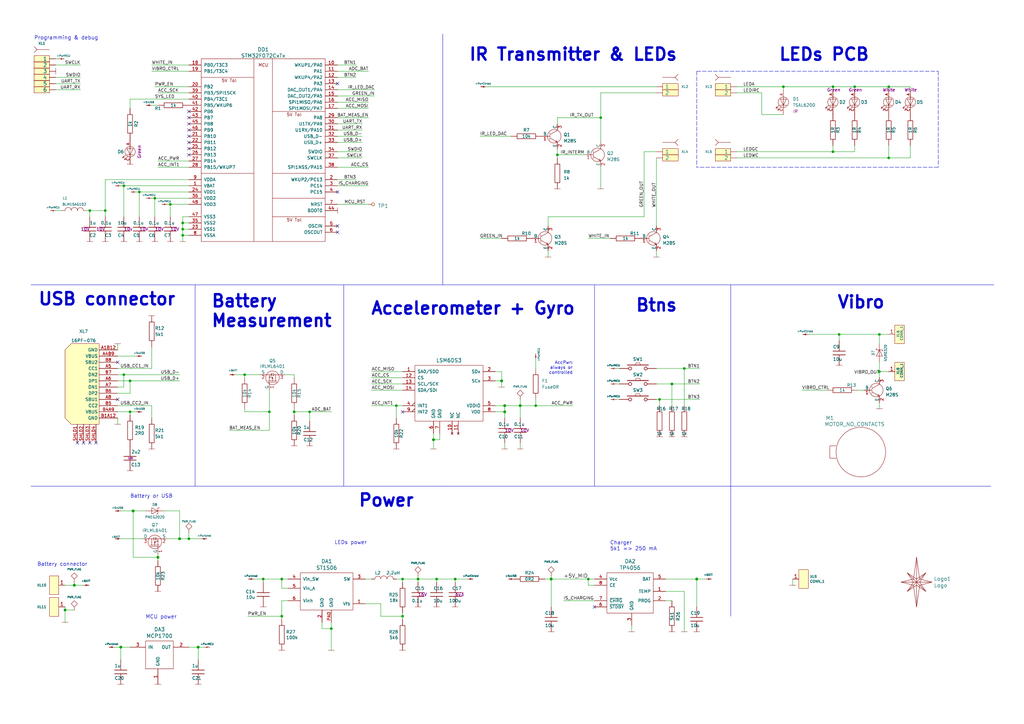
<source format=kicad_sch>
(kicad_sch (version 20230121) (generator eeschema)
  (paper "A3")
  (lib_symbols
    (symbol "BtnsSwitches:BUTTON" (pin_numbers hide) (pin_names (offset 1.016) hide)
      (property "Reference" "SW" (at -5.08 3.81 0))
      (property "Value" "BUTTON" (at 2.54 3.81 0))
      (symbol "BUTTON_0_1"
        (pin passive inverted (at -7.62 0 0) (length 5.08) (name "1") (number "1"))
        (pin passive inverted (at 7.62 0 180) (length 5.08) (name "2") (number "2"))
      )
    )
    (symbol "Connectors_kl:CONN_1" (pin_names (offset 1.016) hide)
      (property "Reference" "XL" (at -1.27 0.254 90))
      (property "Value" "CONN_1" (at 0.254 0.508 90))
      (symbol "CONN_1_1_1"
        (pin passive line (at -5.08 0 0) (length 2.54) (name "P1") (number "1"))
      )
    )
    (symbol "Connectors_kl:SOCKET_2" (pin_numbers hide) (pin_names (offset 1.016))
      (property "Reference" "XL" (at -1.27 6.35 0))
      (symbol "SOCKET_2_1_1"
        (pin passive line (at -5.08 1.27 0) (length 2.54) (name "1") (number "1"))
        (pin passive line (at -5.08 -1.27 0) (length 2.54) (name "2") (number "2"))
      )
    )
    (symbol "Connectors_kl:SOCKET_6" (pin_numbers hide) (pin_names (offset 1.016))
      (property "Reference" "XL" (at -1.27 11.43 0))
      (symbol "SOCKET_6_1_1"
        (pin passive line (at -5.08 6.35 0) (length 2.54) (name "1") (number "1"))
        (pin passive line (at -5.08 3.81 0) (length 2.54) (name "2") (number "2"))
        (pin passive line (at -5.08 1.27 0) (length 2.54) (name "3") (number "3"))
        (pin passive line (at -5.08 -1.27 0) (length 2.54) (name "4") (number "4"))
        (pin passive line (at -5.08 -3.81 0) (length 2.54) (name "5") (number "5"))
        (pin passive line (at -5.08 -6.35 0) (length 2.54) (name "6") (number "6"))
      )
    )
    (symbol "Connectors_kl:USBC-16P"
      (property "Reference" "XL" (at -2.54 12.7 0))
      (property "Value" "USBC-16P" (at 0 10.16 0))
      (symbol "USBC-16P_1_1"
        (pin passive line (at 11.43 6.35 180) (length 7.62) (name "GND") (number "A1B12"))
        (pin passive line (at 11.43 3.81 180) (length 7.62) (name "VBUS") (number "A4B9"))
        (pin passive line (at 11.43 -1.27 180) (length 7.62) (name "CC1") (number "A5"))
        (pin passive line (at 11.43 -6.35 180) (length 7.62) (name "DP1") (number "A6"))
        (pin passive line (at 11.43 -8.89 180) (length 7.62) (name "DN1") (number "A7"))
        (pin passive line (at 11.43 -13.97 180) (length 7.62) (name "SBU1") (number "A8"))
        (pin passive line (at 11.43 -21.59 180) (length 7.62) (name "GND") (number "B1A12"))
        (pin passive line (at 11.43 -19.05 180) (length 7.62) (name "VBUS") (number "B4A9"))
        (pin passive line (at 11.43 -16.51 180) (length 7.62) (name "CC2") (number "B5"))
        (pin passive line (at 11.43 -11.43 180) (length 7.62) (name "DP2") (number "B6"))
        (pin passive line (at 11.43 -3.81 180) (length 7.62) (name "DN2") (number "B7"))
        (pin passive line (at 11.43 1.27 180) (length 7.62) (name "SBU2") (number "B8"))
        (pin passive line (at -5.08 -31.75 90) (length 7.62) (name "") (number "SHLD1"))
        (pin passive line (at -2.54 -31.75 90) (length 7.62) (name "") (number "SHLD2"))
        (pin passive line (at 0 -31.75 90) (length 7.62) (name "") (number "SHLD3"))
        (pin passive line (at 2.54 -31.75 90) (length 7.62) (name "") (number "SHLD4"))
      )
    )
    (symbol "Power_kl:MCP1700" (pin_names (offset 1.016))
      (property "Reference" "DA" (at 3.81 7.62 0))
      (property "Value" "MCP1700" (at -5.08 7.62 0))
      (symbol "MCP1700_1_1"
        (pin passive line (at 0 -11.43 90) (length 6.35) (name "GND") (number "1"))
        (pin power_out line (at 12.7 3.81 180) (length 6.35) (name "OUT") (number "2"))
        (pin power_in line (at -11.43 3.81 0) (length 6.35) (name "IN") (number "3"))
      )
    )
    (symbol "Power_kl:ST1S06" (pin_names (offset 1.016))
      (property "Reference" "DA" (at -10.16 8.89 0))
      (property "Value" "ST1S06" (at 5.08 8.89 0))
      (symbol "ST1S06_1_1"
        (pin passive line (at 15.24 -5.08 180) (length 5.08) (name "Vfb") (number "1"))
        (pin power_in line (at -2.54 -12.7 90) (length 5.08) (name "GND") (number "2"))
        (pin passive line (at 15.24 5.08 180) (length 5.08) (name "SW") (number "3"))
        (pin power_in line (at -16.51 5.08 0) (length 5.08) (name "Vin_SW") (number "4"))
        (pin power_in line (at -16.51 1.27 0) (length 5.08) (name "Vin_A") (number "5"))
        (pin passive line (at -16.51 -3.81 0) (length 5.08) (name "Vinh") (number "6"))
        (pin power_in line (at 1.27 -12.7 90) (length 5.08) (name "GND") (number "PAD"))
      )
    )
    (symbol "Power_kl:TP4056" (pin_names (offset 1.016))
      (property "Reference" "DA" (at -7.62 10.16 0))
      (property "Value" "TP4056" (at 3.81 10.16 0))
      (symbol "TP4056_1_1"
        (pin passive line (at 13.97 1.27 180) (length 5.08) (name "TEMP") (number "1"))
        (pin passive line (at 13.97 -2.54 180) (length 5.08) (name "PROG") (number "2"))
        (pin power_in line (at 0 -12.7 90) (length 5.08) (name "GND") (number "3"))
        (pin power_in line (at -15.24 6.35 0) (length 5.08) (name "Vcc") (number "4"))
        (pin passive line (at 13.97 6.35 180) (length 5.08) (name "BAT") (number "5"))
        (pin passive line (at -15.24 -5.08 0) (length 5.08) (name "~{STDBY}") (number "6"))
        (pin passive line (at -15.24 -2.54 0) (length 5.08) (name "~{CHRG}") (number "7"))
        (pin passive line (at -15.24 3.81 0) (length 5.08) (name "CE") (number "8"))
      )
    )
    (symbol "Sensors:LSM6DS3" (pin_names (offset 1.016))
      (property "Value" "LSM6DS3" (at -7.62 12.7 0))
      (property "Price" "124" (at 13.97 17.78 0))
      (symbol "LSM6DS3_1_1"
        (pin passive line (at -19.05 8.89 0) (length 5.08) (name "SA0/SDO") (number "1"))
        (pin no_connect line (at 1.27 -16.51 90) (length 5.08) (name "NC") (number "10"))
        (pin no_connect line (at 3.81 -16.51 90) (length 5.08) (name "NC") (number "11"))
        (pin passive line (at -19.05 6.35 0) (length 5.08) (name "CS") (number "12"))
        (pin passive line (at -19.05 3.81 0) (length 5.08) (name "SCL/SCK") (number "13"))
        (pin passive line (at -19.05 1.27 0) (length 5.08) (name "SDA/SDI") (number "14"))
        (pin passive line (at 19.05 8.89 180) (length 5.08) (name "SDx") (number "2"))
        (pin passive line (at 19.05 5.08 180) (length 5.08) (name "SCx") (number "3"))
        (pin passive output_low (at -19.05 -5.08 0) (length 5.08) (name "INT1") (number "4"))
        (pin power_in line (at 19.05 -5.08 180) (length 5.08) (name "VDDIO") (number "5"))
        (pin power_in line (at -6.35 -16.51 90) (length 5.08) (name "GND") (number "6"))
        (pin power_in line (at -3.81 -16.51 90) (length 5.08) (name "GND") (number "7"))
        (pin power_in line (at 19.05 -7.62 180) (length 5.08) (name "VDD") (number "8"))
        (pin passive output_low (at -19.05 -7.62 0) (length 5.08) (name "INT2") (number "9"))
      )
    )
    (symbol "Tittar_kl:C" (pin_numbers hide) (pin_names (offset 0.254))
      (property "Reference" "C" (at -2.54 -2.54 0))
      (property "Value" "C" (at -2.54 2.54 0))
      (property "Voltage" "10V" (at 0 0 0))
      (symbol "C_1_1"
        (pin passive line (at 0 5.08 270) (length 4.318) (name "~") (number "1"))
        (pin passive line (at 0 -5.08 90) (length 4.318) (name "~") (number "2"))
      )
    )
    (symbol "Tittar_kl:D_Shottky" (pin_numbers hide) (pin_names (offset 1.016) hide)
      (property "Reference" "D" (at 0 2.54 0))
      (property "Value" "D_Shottky" (at 0 -2.54 0))
      (symbol "D_Shottky_1_1"
        (pin passive line (at -3.81 0 0) (length 2.54) (name "~") (number "A"))
        (pin passive line (at 3.81 0 180) (length 2.54) (name "~") (number "C"))
      )
    )
    (symbol "Tittar_kl:Fuse0R" (pin_numbers hide) (pin_names (offset 0))
      (property "Reference" "F" (at -1.778 0 90))
      (property "Value" "Fuse0R" (at 0 0 90))
      (symbol "Fuse0R_1_1"
        (pin passive line (at 0 6.35 270) (length 2.54) (name "~") (number "1"))
        (pin passive line (at 0 -6.35 90) (length 2.54) (name "~") (number "2"))
      )
    )
    (symbol "Tittar_kl:L" (pin_numbers hide) (pin_names (offset 1.016) hide)
      (property "Reference" "L" (at -2.54 -3.556 90))
      (property "Value" "L" (at -2.54 0 90))
      (symbol "L_1_1"
        (pin passive line (at 0 5.08 270) (length 1.27) (name "1") (number "1"))
        (pin passive line (at 0 -5.08 90) (length 1.27) (name "2") (number "2"))
      )
    )
    (symbol "Tittar_kl:LED" (pin_names (offset 1.016) hide)
      (property "Reference" "D" (at 2.54 3.556 0))
      (property "Value" "LED" (at -2.032 3.556 0))
      (property "Color" "Green" (at 0 -3.81 0))
      (symbol "LED_1_1"
        (pin passive line (at -5.08 0 0) (length 3.81) (name "A") (number "A"))
        (pin passive line (at 5.08 0 180) (length 3.81) (name "C") (number "C"))
      )
    )
    (symbol "Tittar_kl:R" (pin_numbers hide) (pin_names (offset 0))
      (property "Reference" "R" (at 2.032 -3.81 90))
      (property "Value" "R" (at 0 0 90))
      (symbol "R_1_1"
        (pin passive line (at 0 6.35 270) (length 2.54) (name "~") (number "1"))
        (pin passive line (at 0 -6.35 90) (length 2.54) (name "~") (number "2"))
      )
    )
    (symbol "Transistors_kl:NPN" (pin_names (offset 0))
      (property "Reference" "Q" (at 5.08 1.27 0))
      (property "Value" "NPN" (at 6.35 -1.27 0))
      (symbol "NPN_1_1"
        (pin passive line (at -5.08 0 0) (length 2.54) (name "B") (number "1"))
        (pin passive line (at 1.27 -5.08 90) (length 2.54) (name "E") (number "2"))
        (pin passive line (at 1.27 5.08 270) (length 2.54) (name "C") (number "3"))
      )
    )
    (symbol "Transistors_kl:P_3PIN" (pin_names (offset 0))
      (property "Reference" "Q" (at 3.81 -3.81 0))
      (property "Value" "P_3PIN" (at 0 5.08 0))
      (symbol "P_3PIN_1_1"
        (pin passive line (at -1.27 -5.08 90) (length 2.54) (name "G") (number "1"))
        (pin passive line (at -5.08 1.27 0) (length 2.54) (name "S") (number "2"))
        (pin passive line (at 5.08 1.27 180) (length 2.54) (name "D") (number "3"))
      )
    )
    (symbol "pcb_details:Logo" (pin_names (offset 1.016))
      (property "Reference" "Logo" (at -2.54 11.43 0))
      (property "Value" "Logo" (at 5.08 11.43 0))
    )
    (symbol "pcb_details:MOTOR_NO_CONTACTS" (pin_names (offset 1.016))
      (property "Reference" "M" (at -12.7 13.97 0))
      (property "Value" "MOTOR_NO_CONTACTS" (at -2.54 11.43 0))
    )
    (symbol "pcb_details:TESTPOINT" (pin_numbers hide) (pin_names (offset 1.016)) (in_bom no)
      (property "Reference" "TP" (at -5.715 0 0))
      (symbol "TESTPOINT_1_1"
        (pin passive line (at 0 0 180) (length 1.27) (name "~") (number "1"))
      )
    )
    (symbol "power:+5vUSB" (power) (pin_names (offset 0))
      (property "Value" "+5vUSB" (at 2.54 1.27 0))
      (symbol "+5vUSB_0_0"
        (pin power_in line (at 0 0 90) (length 0) hide (name "+5vUSB") (number "1"))
      )
    )
    (symbol "power:+BATT" (power) (pin_names (offset 0))
      (property "Value" "+BATT" (at 2.032 0.762 0))
      (symbol "+BATT_0_0"
        (pin power_in line (at 0 0 90) (length 0) hide (name "+BATT") (number "1"))
      )
    )
    (symbol "power:+PwrCtrled" (power) (pin_names (offset 0))
      (property "Value" "+PwrCtrled" (at 2.032 0.762 0))
      (symbol "+PwrCtrled_0_0"
        (pin power_in line (at 0 0 90) (length 0) hide (name "+PwrCtrled") (number "1"))
      )
    )
    (symbol "power:+PwrMCU" (power) (pin_names (offset 0))
      (property "Value" "+PwrMCU" (at 1.778 0.762 0))
      (symbol "+PwrMCU_0_0"
        (pin power_in line (at 0 0 90) (length 0) hide (name "+PwrMCU") (number "1"))
      )
    )
    (symbol "power:+PwrUnst" (power) (pin_names (offset 0))
      (property "Value" "+PwrUnst" (at 2.032 0.762 0))
      (symbol "+PwrUnst_0_0"
        (pin power_in line (at 0 0 90) (length 0) hide (name "+PwrUnst") (number "1"))
      )
    )
    (symbol "power:GND" (power) (pin_names (offset 0.254))
      (symbol "GND_1_1"
        (pin power_in line (at 0 0 270) (length 0) hide (name "GND") (number "1"))
      )
    )
    (symbol "power:PWR_FLAG" (power) (pin_numbers hide) (pin_names (offset 0) hide)
      (property "Value" "PWR_FLAG" (at 0 5.08 0))
      (symbol "PWR_FLAG_0_0"
        (pin power_out line (at 0 0 90) (length 0) (name "pwr") (number "1"))
      )
    )
    (symbol "st_kl:STM32F072CxTx" (pin_names (offset 1.016))
      (property "Reference" "DD" (at -8.89 40.64 0))
      (property "Value" "STM32F072CxTx" (at 7.62 40.64 0))
      (symbol "STM32F072CxTx_0_1"
        (text "5V Tol" (at -13.97 30.48 0) (effects (font (size 1.27 1.27))))
        (text "5V Tol" (at 12.7 -26.67 0) (effects (font (size 1.27 1.27))))
        (text "5V Tol" (at 12.7 16.51 0) (effects (font (size 1.27 1.27))))
        (text "MCU" (at 0 36.83 0) (effects (font (size 1.27 1.27) italic)))
      )
      (symbol "STM32F072CxTx_1_1"
        (pin power_in line (at -30.48 -12.7 0) (length 5.08) (name "VBAT") (number "1"))
        (pin passive line (at 30.48 36.83 180) (length 5.08) (name "PA0") (number "10") (alternate "WKUP1/PA0" passive line))
        (pin passive line (at 30.48 34.29 180) (length 5.08) (name "PA1") (number "11"))
        (pin passive line (at 30.48 31.75 180) (length 5.08) (name "PA2") (number "12") (alternate "WKUP4/PA2" passive line))
        (pin passive line (at 30.48 29.21 180) (length 5.08) (name "PA3") (number "13"))
        (pin passive line (at 30.48 26.67 180) (length 5.08) (name "PA4") (number "14") (alternate "DAC_OUT1/PA4" passive line))
        (pin passive line (at 30.48 24.13 180) (length 5.08) (name "PA5") (number "15") (alternate "DAC_OUT2/PA5" passive line))
        (pin passive line (at 30.48 21.59 180) (length 5.08) (name "PA6") (number "16") (alternate "SPI1MISO/PA6" passive line))
        (pin passive line (at 30.48 19.05 180) (length 5.08) (name "PA7") (number "17") (alternate "SPI1MOSI/PA7" passive line))
        (pin passive line (at -30.48 36.83 0) (length 5.08) (name "PB0") (number "18") (alternate "PB0/T3C3" passive line))
        (pin passive line (at -30.48 34.29 0) (length 5.08) (name "PB1") (number "19") (alternate "PB1/T3C4" passive line))
        (pin passive line (at 30.48 -10.16 180) (length 5.08) (name "PC13") (number "2") (alternate "WKUP2/PC13" passive line))
        (pin passive line (at -30.48 27.94 0) (length 5.08) (name "PB2") (number "20"))
        (pin passive line (at -30.48 7.62 0) (length 5.08) (name "PB10") (number "21"))
        (pin passive line (at -30.48 5.08 0) (length 5.08) (name "PB11") (number "22"))
        (pin power_in line (at -30.48 -30.48 0) (length 5.08) (name "VSS1") (number "23"))
        (pin power_in line (at -30.48 -15.24 0) (length 5.08) (name "VDD1") (number "24"))
        (pin passive line (at -30.48 2.54 0) (length 5.08) (name "PB12") (number "25"))
        (pin passive line (at -30.48 0 0) (length 5.08) (name "PB13") (number "26"))
        (pin passive line (at -30.48 -2.54 0) (length 5.08) (name "PB14") (number "27"))
        (pin passive line (at -30.48 -5.08 0) (length 5.08) (name "PB15") (number "28") (alternate "PB15/WKUP7" passive line))
        (pin passive line (at 30.48 15.24 180) (length 5.08) (name "PA8") (number "29"))
        (pin passive line (at 30.48 -12.7 180) (length 5.08) (name "PC14") (number "3"))
        (pin passive line (at 30.48 12.7 180) (length 5.08) (name "PA9") (number "30") (alternate "U1TX/PA9" passive line))
        (pin passive line (at 30.48 10.16 180) (length 5.08) (name "PA10") (number "31") (alternate "U1RX/PA10" passive line))
        (pin passive line (at 30.48 7.62 180) (length 5.08) (name "PA11") (number "32") (alternate "USB_D-" passive line))
        (pin passive line (at 30.48 5.08 180) (length 5.08) (name "PA12") (number "33") (alternate "USB_D+" passive line))
        (pin passive line (at 30.48 1.27 180) (length 5.08) (name "SWDIO") (number "34"))
        (pin power_in line (at -30.48 -27.94 0) (length 5.08) (name "VSS2") (number "35"))
        (pin power_in line (at -30.48 -17.78 0) (length 5.08) (name "VDD2") (number "36"))
        (pin passive line (at 30.48 -1.27 180) (length 5.08) (name "SWCLK") (number "37"))
        (pin passive line (at 30.48 -5.08 180) (length 5.08) (name "PA15") (number "38") (alternate "SPI1NSS/PA15" passive line))
        (pin passive line (at -30.48 25.4 0) (length 5.08) (name "PB3") (number "39") (alternate "PB3/SPI1SCK" passive line))
        (pin passive line (at 30.48 -15.24 180) (length 5.08) (name "PC15") (number "4"))
        (pin passive line (at -30.48 22.86 0) (length 5.08) (name "PB4") (number "40") (alternate "PB4/T3C1" passive line))
        (pin passive line (at -30.48 20.32 0) (length 5.08) (name "PB5") (number "41") (alternate "PB5/WKUP6" passive line))
        (pin passive line (at -30.48 17.78 0) (length 5.08) (name "PB6") (number "42"))
        (pin passive line (at -30.48 15.24 0) (length 5.08) (name "PB7") (number "43"))
        (pin passive line (at 30.48 -22.86 180) (length 5.08) (name "BOOT0") (number "44"))
        (pin passive line (at -30.48 12.7 0) (length 5.08) (name "PB8") (number "45"))
        (pin passive line (at -30.48 10.16 0) (length 5.08) (name "PB9") (number "46"))
        (pin power_in line (at -30.48 -25.4 0) (length 5.08) (name "VSS3") (number "47"))
        (pin power_in line (at -30.48 -20.32 0) (length 5.08) (name "VDD3") (number "48"))
        (pin passive line (at 30.48 -29.21 180) (length 5.08) (name "OSCIN") (number "5"))
        (pin passive line (at 30.48 -31.75 180) (length 5.08) (name "OSCOUT") (number "6"))
        (pin passive line (at 30.48 -20.32 180) (length 5.08) (name "NRST") (number "7"))
        (pin power_in line (at -30.48 -33.02 0) (length 5.08) (name "VSSA") (number "8"))
        (pin power_in line (at -30.48 -10.16 0) (length 5.08) (name "VDDA") (number "9"))
      )
    )
  )
  (junction (at 360.68 152.4))
  (junction (at 226.06 237.49) (diameter 1.016))
  (junction (at 26.67 250.19))
  (junction (at 69.85 83.82))
  (junction (at 54.61 209.55) (diameter 1.016))
  (junction (at 165.1 252.73))
  (junction (at 30.48 240.03) (diameter 1.016))
  (junction (at 50.8 76.2))
  (junction (at 341.63 62.23))
  (junction (at 228.6 63.5))
  (junction (at 50.8 153.67) (diameter 0.9144))
  (junction (at 205.74 156.21) (diameter 1.016))
  (junction (at 49.53 265.43) (diameter 1.016))
  (junction (at 350.52 35.56))
  (junction (at 275.59 157.48))
  (junction (at 280.67 151.13))
  (junction (at 321.31 35.56))
  (junction (at 270.51 163.83))
  (junction (at 110.49 168.91))
  (junction (at 77.47 220.98) (diameter 0.9144))
  (junction (at 100.33 153.67))
  (junction (at 107.95 237.49))
  (junction (at 186.69 237.49))
  (junction (at 360.68 137.16))
  (junction (at 213.36 166.37) (diameter 1.016))
  (junction (at 57.15 78.74))
  (junction (at 171.45 237.49))
  (junction (at 162.56 166.37))
  (junction (at 53.34 168.91))
  (junction (at 364.49 35.56))
  (junction (at 74.93 93.98))
  (junction (at 341.63 35.56))
  (junction (at 63.5 81.28))
  (junction (at 81.28 265.43) (diameter 1.016))
  (junction (at 207.01 166.37) (diameter 1.016))
  (junction (at 74.93 91.44))
  (junction (at 165.1 237.49))
  (junction (at 179.07 237.49))
  (junction (at 120.65 168.91))
  (junction (at 115.57 237.49))
  (junction (at 241.3 237.49))
  (junction (at 177.8 180.34) (diameter 1.016))
  (junction (at 74.93 96.52))
  (junction (at 127 168.91))
  (junction (at 73.66 220.98) (diameter 1.016))
  (junction (at 219.71 166.37))
  (junction (at 246.38 48.26))
  (junction (at 285.75 237.49) (diameter 1.016))
  (junction (at 64.77 228.6) (diameter 1.016))
  (junction (at 43.18 86.36))
  (junction (at 53.34 156.21) (diameter 0.9144))
  (junction (at 207.01 168.91) (diameter 1.016))
  (junction (at 36.83 86.36))
  (junction (at 115.57 252.73))
  (junction (at 135.89 257.81))
  (junction (at 344.17 137.16))
  (junction (at 364.49 64.77))
  (no_connect (at 36.83 181.61))
  (no_connect (at 165.1 168.91))
  (no_connect (at 34.29 181.61))
  (no_connect (at 77.47 45.72))
  (no_connect (at 77.47 63.5))
  (no_connect (at 77.47 60.96))
  (no_connect (at 77.47 53.34))
  (no_connect (at 138.43 78.74))
  (no_connect (at 77.47 58.42))
  (no_connect (at 39.37 181.61))
  (no_connect (at 77.47 50.8))
  (no_connect (at 138.43 95.25))
  (no_connect (at 48.26 148.59))
  (no_connect (at 243.84 248.92))
  (no_connect (at 138.43 34.29))
  (no_connect (at 31.75 181.61))
  (no_connect (at 138.43 92.71))
  (no_connect (at 77.47 48.26))
  (no_connect (at 77.47 55.88))
  (no_connect (at 48.26 163.83))
  (wire (pts (xy 138.43 29.21) (xy 151.13 29.21)))
  (wire (pts (xy 331.47 137.16) (xy 344.17 137.16)))
  (wire (pts (xy 138.43 39.37) (xy 153.67 39.37)))
  (wire (pts (xy 360.68 148.59) (xy 360.68 152.4)))
  (wire (pts (xy 138.43 44.45) (xy 151.13 44.45)))
  (wire (pts (xy 302.26 38.1) (xy 312.42 38.1)))
  (wire (pts (xy 63.5 81.28) (xy 77.47 81.28)))
  (wire (pts (xy 373.38 36.83) (xy 373.38 35.56)))
  (wire (pts (xy 328.93 160.02) (xy 339.09 160.02)))
  (wire (pts (xy 213.36 166.37) (xy 213.36 171.45)))
  (wire (pts (xy 53.34 156.21) (xy 73.66 156.21)))
  (wire (pts (xy 68.58 220.98) (xy 73.66 220.98)))
  (wire (pts (xy 207.01 168.91) (xy 207.01 171.45)))
  (wire (pts (xy 148.59 50.8) (xy 138.43 50.8)))
  (wire (pts (xy 341.63 62.23) (xy 350.52 62.23)))
  (wire (pts (xy 270.51 163.83) (xy 270.51 166.37)))
  (wire (pts (xy 302.26 64.77) (xy 364.49 64.77)))
  (wire (pts (xy 63.5 35.56) (xy 77.47 35.56)))
  (wire (pts (xy 246.38 38.1) (xy 246.38 48.26)))
  (wire (pts (xy 207.01 166.37) (xy 207.01 168.91)))
  (wire (pts (xy 22.86 24.13) (xy 24.13 24.13)))
  (wire (pts (xy 219.71 166.37) (xy 234.95 166.37)))
  (wire (pts (xy 344.17 137.16) (xy 360.68 137.16)))
  (wire (pts (xy 107.95 238.76) (xy 107.95 237.49)))
  (wire (pts (xy 48.26 146.05) (xy 55.88 146.05)))
  (wire (pts (xy 302.26 62.23) (xy 341.63 62.23)))
  (wire (pts (xy 148.59 64.77) (xy 138.43 64.77)))
  (polyline (pts (xy 384.81 68.58) (xy 285.75 68.58)) (stroke (width 0) (type dash)))
  (wire (pts (xy 180.34 180.34) (xy 177.8 180.34)))
  (wire (pts (xy 226.06 237.49) (xy 241.3 237.49)))
  (wire (pts (xy 149.86 247.65) (xy 156.21 247.65)))
  (wire (pts (xy 64.77 38.1) (xy 77.47 38.1)))
  (wire (pts (xy 179.07 237.49) (xy 186.69 237.49)))
  (wire (pts (xy 54.61 209.55) (xy 59.69 209.55)))
  (wire (pts (xy 360.68 137.16) (xy 364.49 137.16)))
  (wire (pts (xy 350.52 62.23) (xy 350.52 59.69)))
  (wire (pts (xy 138.43 83.82) (xy 151.13 83.82)))
  (polyline (pts (xy 181.61 199.39) (xy 406.4 199.39)))
  (wire (pts (xy 149.86 237.49) (xy 152.4 237.49)))
  (wire (pts (xy 53.34 161.29) (xy 53.34 156.21)))
  (wire (pts (xy 341.63 59.69) (xy 341.63 62.23)))
  (wire (pts (xy 364.49 64.77) (xy 364.49 59.69)))
  (wire (pts (xy 48.26 153.67) (xy 50.8 153.67)))
  (wire (pts (xy 93.98 176.53) (xy 110.49 176.53)))
  (wire (pts (xy 120.65 153.67) (xy 120.65 154.94)))
  (wire (pts (xy 132.08 257.81) (xy 135.89 257.81)))
  (wire (pts (xy 48.26 158.75) (xy 50.8 158.75)))
  (wire (pts (xy 373.38 35.56) (xy 364.49 35.56)))
  (wire (pts (xy 228.6 48.26) (xy 228.6 50.8)))
  (wire (pts (xy 269.24 151.13) (xy 280.67 151.13)))
  (wire (pts (xy 77.47 265.43) (xy 81.28 265.43)))
  (wire (pts (xy 115.57 237.49) (xy 118.11 237.49)))
  (polyline (pts (xy 299.72 199.39) (xy 299.72 252.73)))
  (wire (pts (xy 152.4 154.94) (xy 165.1 154.94)))
  (wire (pts (xy 138.43 58.42) (xy 148.59 58.42)))
  (wire (pts (xy 280.67 151.13) (xy 280.67 166.37)))
  (polyline (pts (xy 285.75 29.21) (xy 384.81 29.21)) (stroke (width 0) (type dash)))
  (wire (pts (xy 64.77 227.33) (xy 64.77 228.6)))
  (wire (pts (xy 118.11 241.3) (xy 115.57 241.3)))
  (polyline (pts (xy 299.72 116.84) (xy 299.72 199.39)))
  (polyline (pts (xy 285.75 29.21) (xy 285.75 68.58)) (stroke (width 0) (type dash)))
  (wire (pts (xy 312.42 38.1) (xy 312.42 46.99)))
  (wire (pts (xy 53.34 40.64) (xy 77.47 40.64)))
  (wire (pts (xy 285.75 237.49) (xy 289.56 237.49)))
  (wire (pts (xy 48.26 151.13) (xy 62.23 151.13)))
  (wire (pts (xy 77.47 220.98) (xy 82.55 220.98)))
  (wire (pts (xy 64.77 228.6) (xy 64.77 229.87)))
  (wire (pts (xy 138.43 26.67) (xy 146.05 26.67)))
  (wire (pts (xy 360.68 165.1) (xy 360.68 167.64)))
  (wire (pts (xy 269.24 38.1) (xy 246.38 38.1)))
  (wire (pts (xy 302.26 35.56) (xy 321.31 35.56)))
  (wire (pts (xy 43.18 73.66) (xy 43.18 86.36)))
  (wire (pts (xy 162.56 237.49) (xy 165.1 237.49)))
  (wire (pts (xy 74.93 88.9) (xy 77.47 88.9)))
  (wire (pts (xy 226.06 236.22) (xy 226.06 237.49)))
  (wire (pts (xy 110.49 168.91) (xy 110.49 176.53)))
  (wire (pts (xy 48.26 140.97) (xy 48.26 143.51)))
  (wire (pts (xy 264.16 62.23) (xy 269.24 62.23)))
  (wire (pts (xy 252.73 163.83) (xy 254 163.83)))
  (wire (pts (xy 135.89 255.27) (xy 135.89 257.81)))
  (wire (pts (xy 49.53 220.98) (xy 58.42 220.98)))
  (wire (pts (xy 224.79 92.71) (xy 224.79 88.9)))
  (wire (pts (xy 241.3 97.79) (xy 250.19 97.79)))
  (wire (pts (xy 219.71 147.32) (xy 219.71 151.13)))
  (wire (pts (xy 152.4 152.4) (xy 165.1 152.4)))
  (wire (pts (xy 275.59 157.48) (xy 275.59 166.37)))
  (wire (pts (xy 77.47 29.21) (xy 62.23 29.21)))
  (wire (pts (xy 30.48 240.03) (xy 26.67 240.03)))
  (wire (pts (xy 351.79 160.02) (xy 354.33 160.02)))
  (wire (pts (xy 50.8 153.67) (xy 73.66 153.67)))
  (wire (pts (xy 48.26 161.29) (xy 53.34 161.29)))
  (wire (pts (xy 69.85 83.82) (xy 77.47 83.82)))
  (wire (pts (xy 127 168.91) (xy 127 172.72)))
  (wire (pts (xy 364.49 36.83) (xy 364.49 35.56)))
  (wire (pts (xy 270.51 163.83) (xy 287.02 163.83)))
  (wire (pts (xy 138.43 62.23) (xy 148.59 62.23)))
  (wire (pts (xy 269.24 163.83) (xy 270.51 163.83)))
  (wire (pts (xy 48.26 168.91) (xy 53.34 168.91)))
  (wire (pts (xy 74.93 91.44) (xy 74.93 88.9)))
  (wire (pts (xy 62.23 81.28) (xy 63.5 81.28)))
  (wire (pts (xy 77.47 26.67) (xy 62.23 26.67)))
  (wire (pts (xy 73.66 220.98) (xy 77.47 220.98)))
  (wire (pts (xy 53.34 168.91) (xy 53.34 170.18)))
  (wire (pts (xy 22.86 86.36) (xy 25.4 86.36)))
  (polyline (pts (xy 12.7 199.39) (xy 181.61 199.39)))
  (wire (pts (xy 101.6 252.73) (xy 115.57 252.73)))
  (wire (pts (xy 177.8 177.8) (xy 177.8 180.34)))
  (wire (pts (xy 196.85 97.79) (xy 205.74 97.79)))
  (wire (pts (xy 269.24 105.41) (xy 269.24 102.87)))
  (wire (pts (xy 43.18 88.9) (xy 43.18 86.36)))
  (polyline (pts (xy 140.97 116.84) (xy 140.97 199.39)))
  (wire (pts (xy 177.8 180.34) (xy 177.8 184.15)))
  (wire (pts (xy 135.89 257.81) (xy 135.89 266.7)))
  (wire (pts (xy 138.43 36.83) (xy 153.67 36.83)))
  (wire (pts (xy 151.13 41.91) (xy 138.43 41.91)))
  (wire (pts (xy 373.38 64.77) (xy 373.38 59.69)))
  (wire (pts (xy 273.05 246.38) (xy 275.59 246.38)))
  (wire (pts (xy 100.33 153.67) (xy 106.68 153.67)))
  (wire (pts (xy 64.77 68.58) (xy 77.47 68.58)))
  (wire (pts (xy 64.77 66.04) (xy 77.47 66.04)))
  (wire (pts (xy 273.05 237.49) (xy 285.75 237.49)))
  (wire (pts (xy 62.23 142.24) (xy 62.23 151.13)))
  (wire (pts (xy 203.2 156.21) (xy 205.74 156.21)))
  (wire (pts (xy 203.2 168.91) (xy 207.01 168.91)))
  (wire (pts (xy 30.48 238.76) (xy 30.48 240.03)))
  (wire (pts (xy 50.8 76.2) (xy 50.8 88.9)))
  (wire (pts (xy 209.55 55.88) (xy 196.85 55.88)))
  (wire (pts (xy 341.63 35.56) (xy 341.63 36.83)))
  (wire (pts (xy 107.95 237.49) (xy 115.57 237.49)))
  (wire (pts (xy 138.43 53.34) (xy 148.59 53.34)))
  (wire (pts (xy 228.6 63.5) (xy 240.03 63.5)))
  (wire (pts (xy 179.07 237.49) (xy 179.07 238.76)))
  (wire (pts (xy 285.75 248.92) (xy 285.75 237.49)))
  (wire (pts (xy 275.59 157.48) (xy 287.02 157.48)))
  (wire (pts (xy 325.12 237.49) (xy 325.12 240.03)))
  (wire (pts (xy 152.4 157.48) (xy 165.1 157.48)))
  (polyline (pts (xy 384.81 29.21) (xy 384.81 68.58)) (stroke (width 0) (type dash)))
  (wire (pts (xy 55.88 78.74) (xy 57.15 78.74)))
  (wire (pts (xy 207.01 166.37) (xy 213.36 166.37)))
  (wire (pts (xy 49.53 209.55) (xy 54.61 209.55)))
  (wire (pts (xy 120.65 168.91) (xy 120.65 170.18)))
  (wire (pts (xy 165.1 252.73) (xy 165.1 254)))
  (wire (pts (xy 118.11 246.38) (xy 115.57 246.38)))
  (wire (pts (xy 53.34 168.91) (xy 55.88 168.91)))
  (wire (pts (xy 69.85 88.9) (xy 69.85 83.82)))
  (wire (pts (xy 115.57 252.73) (xy 115.57 254)))
  (wire (pts (xy 171.45 236.22) (xy 171.45 237.49)))
  (wire (pts (xy 138.43 55.88) (xy 148.59 55.88)))
  (wire (pts (xy 74.93 96.52) (xy 77.47 96.52)))
  (wire (pts (xy 107.95 237.49) (xy 104.14 237.49)))
  (wire (pts (xy 219.71 163.83) (xy 219.71 166.37)))
  (wire (pts (xy 63.5 88.9) (xy 63.5 81.28)))
  (wire (pts (xy 127 168.91) (xy 135.89 168.91)))
  (wire (pts (xy 165.1 237.49) (xy 165.1 238.76)))
  (wire (pts (xy 26.67 250.19) (xy 30.48 250.19)))
  (wire (pts (xy 223.52 237.49) (xy 226.06 237.49)))
  (wire (pts (xy 224.79 88.9) (xy 264.16 88.9)))
  (wire (pts (xy 360.68 137.16) (xy 360.68 140.97)))
  (wire (pts (xy 43.18 86.36) (xy 36.83 86.36)))
  (wire (pts (xy 350.52 36.83) (xy 350.52 35.56)))
  (wire (pts (xy 34.29 240.03) (xy 30.48 240.03)))
  (wire (pts (xy 228.6 48.26) (xy 246.38 48.26)))
  (polyline (pts (xy 12.7 116.84) (xy 407.67 116.84)))
  (wire (pts (xy 364.49 35.56) (xy 350.52 35.56)))
  (wire (pts (xy 360.68 152.4) (xy 360.68 154.94)))
  (wire (pts (xy 26.67 250.19) (xy 26.67 255.27)))
  (wire (pts (xy 81.28 265.43) (xy 83.82 265.43)))
  (wire (pts (xy 228.6 60.96) (xy 228.6 63.5)))
  (wire (pts (xy 162.56 166.37) (xy 165.1 166.37)))
  (wire (pts (xy 186.69 237.49) (xy 186.69 238.76)))
  (wire (pts (xy 53.34 44.45) (xy 53.34 40.64)))
  (wire (pts (xy 26.67 248.92) (xy 26.67 250.19)))
  (wire (pts (xy 165.1 251.46) (xy 165.1 252.73)))
  (wire (pts (xy 49.53 265.43) (xy 49.53 270.51)))
  (wire (pts (xy 241.3 237.49) (xy 243.84 237.49)))
  (wire (pts (xy 199.39 35.56) (xy 269.24 35.56)))
  (wire (pts (xy 36.83 86.36) (xy 36.83 88.9)))
  (wire (pts (xy 115.57 246.38) (xy 115.57 252.73)))
  (wire (pts (xy 64.77 43.18) (xy 62.23 43.18)))
  (wire (pts (xy 224.79 105.41) (xy 224.79 102.87)))
  (wire (pts (xy 360.68 152.4) (xy 364.49 152.4)))
  (wire (pts (xy 46.99 265.43) (xy 49.53 265.43)))
  (wire (pts (xy 179.07 237.49) (xy 171.45 237.49)))
  (wire (pts (xy 280.67 242.57) (xy 273.05 242.57)))
  (wire (pts (xy 35.56 86.36) (xy 36.83 86.36)))
  (wire (pts (xy 57.15 78.74) (xy 77.47 78.74)))
  (wire (pts (xy 156.21 247.65) (xy 156.21 252.73)))
  (wire (pts (xy 138.43 73.66) (xy 146.05 73.66)))
  (wire (pts (xy 269.24 157.48) (xy 275.59 157.48)))
  (wire (pts (xy 54.61 228.6) (xy 64.77 228.6)))
  (wire (pts (xy 269.24 64.77) (xy 269.24 92.71)))
  (wire (pts (xy 213.36 166.37) (xy 219.71 166.37)))
  (wire (pts (xy 246.38 68.58) (xy 246.38 77.47)))
  (wire (pts (xy 77.47 76.2) (xy 50.8 76.2)))
  (wire (pts (xy 252.73 151.13) (xy 254 151.13)))
  (wire (pts (xy 151.13 68.58) (xy 138.43 68.58)))
  (wire (pts (xy 74.93 91.44) (xy 77.47 91.44)))
  (wire (pts (xy 50.8 153.67) (xy 50.8 158.75)))
  (wire (pts (xy 364.49 64.77) (xy 373.38 64.77)))
  (wire (pts (xy 186.69 237.49) (xy 191.77 237.49)))
  (wire (pts (xy 100.33 168.91) (xy 110.49 168.91)))
  (wire (pts (xy 280.67 151.13) (xy 287.02 151.13)))
  (wire (pts (xy 344.17 139.7) (xy 344.17 137.16)))
  (wire (pts (xy 43.18 73.66) (xy 77.47 73.66)))
  (wire (pts (xy 81.28 265.43) (xy 81.28 270.51)))
  (wire (pts (xy 213.36 163.83) (xy 213.36 166.37)))
  (wire (pts (xy 74.93 99.06) (xy 74.93 96.52)))
  (wire (pts (xy 259.08 256.54) (xy 259.08 259.08)))
  (wire (pts (xy 132.08 255.27) (xy 132.08 257.81)))
  (wire (pts (xy 22.86 31.75) (xy 33.02 31.75)))
  (wire (pts (xy 48.26 156.21) (xy 53.34 156.21)))
  (wire (pts (xy 243.84 240.03) (xy 241.3 240.03)))
  (wire (pts (xy 280.67 242.57) (xy 280.67 259.08)))
  (wire (pts (xy 138.43 31.75) (xy 146.05 31.75)))
  (wire (pts (xy 162.56 166.37) (xy 162.56 171.45)))
  (wire (pts (xy 205.74 152.4) (xy 203.2 152.4)))
  (wire (pts (xy 350.52 35.56) (xy 341.63 35.56)))
  (wire (pts (xy 151.13 48.26) (xy 138.43 48.26)))
  (wire (pts (xy 57.15 88.9) (xy 57.15 78.74)))
  (wire (pts (xy 226.06 237.49) (xy 226.06 248.92)))
  (wire (pts (xy 120.65 167.64) (xy 120.65 168.91)))
  (wire (pts (xy 228.6 63.5) (xy 228.6 64.77)))
  (wire (pts (xy 321.31 35.56) (xy 341.63 35.56)))
  (wire (pts (xy 207.01 181.61) (xy 207.01 184.15)))
  (wire (pts (xy 62.23 166.37) (xy 62.23 171.45)))
  (wire (pts (xy 100.33 153.67) (xy 96.52 153.67)))
  (wire (pts (xy 205.74 152.4) (xy 205.74 156.21)))
  (wire (pts (xy 246.38 48.26) (xy 246.38 58.42)))
  (wire (pts (xy 171.45 237.49) (xy 171.45 238.76)))
  (wire (pts (xy 165.1 237.49) (xy 171.45 237.49)))
  (wire (pts (xy 67.31 209.55) (xy 73.66 209.55)))
  (polyline (pts (xy 80.01 116.84) (xy 80.01 199.39)))
  (polyline (pts (xy 243.84 116.84) (xy 243.84 199.39)))
  (wire (pts (xy 231.14 246.38) (xy 243.84 246.38)))
  (wire (pts (xy 73.66 209.55) (xy 73.66 220.98)))
  (wire (pts (xy 312.42 46.99) (xy 321.31 46.99)))
  (wire (pts (xy 252.73 157.48) (xy 254 157.48)))
  (wire (pts (xy 115.57 241.3) (xy 115.57 237.49)))
  (wire (pts (xy 100.33 153.67) (xy 100.33 154.94)))
  (wire (pts (xy 120.65 168.91) (xy 127 168.91)))
  (wire (pts (xy 110.49 160.02) (xy 110.49 168.91)))
  (wire (pts (xy 48.26 166.37) (xy 62.23 166.37)))
  (wire (pts (xy 74.93 96.52) (xy 74.93 93.98)))
  (wire (pts (xy 54.61 209.55) (xy 54.61 228.6)))
  (polyline (pts (xy 181.61 13.97) (xy 181.61 116.84)))
  (wire (pts (xy 264.16 88.9) (xy 264.16 62.23)))
  (wire (pts (xy 74.93 93.98) (xy 77.47 93.98)))
  (wire (pts (xy 100.33 168.91) (xy 100.33 167.64)))
  (wire (pts (xy 205.74 156.21) (xy 205.74 158.75)))
  (wire (pts (xy 48.26 171.45) (xy 48.26 173.99)))
  (wire (pts (xy 241.3 240.03) (xy 241.3 237.49)))
  (wire (pts (xy 151.13 76.2) (xy 138.43 76.2)))
  (wire (pts (xy 116.84 153.67) (xy 120.65 153.67)))
  (wire (pts (xy 33.02 26.67) (xy 22.86 26.67)))
  (wire (pts (xy 213.36 181.61) (xy 213.36 184.15)))
  (wire (pts (xy 33.02 34.29) (xy 22.86 34.29)))
  (wire (pts (xy 77.47 218.44) (xy 77.47 220.98)))
  (wire (pts (xy 68.58 83.82) (xy 69.85 83.82)))
  (wire (pts (xy 321.31 35.56) (xy 321.31 36.83)))
  (wire (pts (xy 203.2 166.37) (xy 207.01 166.37)))
  (wire (pts (xy 156.21 252.73) (xy 165.1 252.73)))
  (wire (pts (xy 74.93 93.98) (xy 74.93 91.44)))
  (wire (pts (xy 180.34 177.8) (xy 180.34 180.34)))
  (wire (pts (xy 165.1 160.02) (xy 152.4 160.02)))
  (wire (pts (xy 49.53 265.43) (xy 53.34 265.43)))
  (wire (pts (xy 22.86 36.83) (xy 33.02 36.83)))
  (wire (pts (xy 152.4 166.37) (xy 162.56 166.37)))
  (wire (pts (xy 49.53 76.2) (xy 50.8 76.2)))
  (text "Power" (at 170.18 208.28 0) (effects (font (size 5 5) (thickness 1) bold) (justify right bottom)))
  (text "Battery\nMeasurement" (at 86.36 134.62 0) (effects (font (size 5 5) (thickness 1) bold) (justify left bottom)))
  (text "Programming & debug" (at 13.97 16.51 0) (effects (font (size 1.524 1.524)) (justify left bottom)))
  (text "Btns" (at 278.13 128.27 0) (effects (font (size 5 5) (thickness 1) bold) (justify right bottom)))
  (text "LEDs power" (at 137.16 223.52 0) (effects (font (size 1.524 1.524)) (justify left bottom)))
  (text "IR Transmitter & LEDs" (at 278.13 25.4 0) (effects (font (size 5 5) (thickness 1) bold) (justify right bottom)))
  (text "Accelerometer + Gyro" (at 236.22 129.54 0) (effects (font (size 5 5) (thickness 1) bold) (justify right bottom)))
  (text "Battery connector" (at 15.24 232.41 0) (effects (font (size 1.524 1.524)) (justify left bottom)))
  (text "MCU power" (at 59.69 254 0) (effects (font (size 1.524 1.524)) (justify left bottom)))
  (text "Charger\n5k1 => 250 mA" (at 250.19 226.06 0) (effects (font (size 1.524 1.524)) (justify left bottom)))
  (text "USB connector" (at 72.39 125.73 0) (effects (font (size 5 5) (thickness 1) bold) (justify right bottom)))
  (text "Vibro" (at 363.22 127 0) (effects (font (size 5 5) (thickness 1) bold) (justify right bottom)))
  (text "Battery or USB" (at 53.34 204.47 0) (effects (font (size 1.524 1.524)) (justify left bottom)))
  (text "LEDs PCB" (at 356.87 25.4 0) (effects (font (size 5 5) (thickness 1) bold) (justify right bottom)))
  (text "AccPwr:\nalways or\ncontrolled" (at 234.95 153.67 0) (effects (font (size 1.27 1.27)) (justify right bottom)))
  (label "IR_LED_DAC" (at 196.85 55.88 0))
  (label "ACC_MISO" (at 152.4 152.4 0))
  (label "USB_D+" (at 148.59 58.42 0))
  (label "BTN2" (at 287.02 157.48 0))
  (label "GREEN_IN" (at 196.85 97.79 0))
  (label "UART_RX" (at 148.59 53.34 0))
  (label "BTN1" (at 146.05 26.67 0))
  (label "USB_CC2_IN" (at 60.96 166.37 0))
  (label "UART_TX" (at 148.59 50.8 0))
  (label "ACC_CS" (at 152.4 154.94 0))
  (label "ACC_MOSI" (at 151.13 44.45 180))
  (label "IR_LED_DAC" (at 153.67 36.83 180))
  (label "VIBRO_OUT" (at 360.68 153.67 180))
  (label "BTN2" (at 146.05 31.75 0))
  (label "SYS_LED" (at 63.5 40.64 0))
  (label "BTN1" (at 287.02 151.13 0))
  (label "ADC_BAT" (at 151.13 29.21 180))
  (label "USB_D-" (at 73.66 153.67 0))
  (label "BTN3" (at 287.02 163.83 0))
  (label "ACC_SCK" (at 152.4 157.48 0))
  (label "USB_D-" (at 148.59 55.88 0))
  (label "UART_TX" (at 33.02 34.29 0))
  (label "IR_TX_OUT" (at 233.68 48.26 0))
  (label "GREEN_IN" (at 153.67 39.37 180))
  (label "ACC_CS" (at 151.13 68.58 180))
  (label "ACC_INT1" (at 152.4 166.37 0))
  (label "ACC_SCK" (at 64.77 38.1 0))
  (label "LEDGC" (at 304.8 62.23 0))
  (label "WHITE_IN" (at 62.23 26.67 0))
  (label "ACC_MISO" (at 151.13 41.91 180))
  (label "UART_RX" (at 33.02 36.83 0))
  (label "ACC_INT1" (at 64.77 68.58 0))
  (label "ACC_MOSI" (at 152.4 160.02 0))
  (label "MCU_RST" (at 149.86 83.82 0))
  (label "VIBRO_CTRL" (at 328.93 160.02 0))
  (label "LEDIRC" (at 304.8 38.1 0))
  (label "ACC_PWR" (at 64.77 66.04 0))
  (label "VIBRO_CTRL" (at 62.23 29.21 0))
  (label "LEDA" (at 304.8 35.56 0))
  (label "WHITE_IN" (at 241.3 97.79 0))
  (label "WHITE_OUT" (at 269.24 85.09 90))
  (label "USB_CC1_IN" (at 60.96 151.13 0))
  (label "PWR_EN" (at 101.6 252.73 0))
  (label "IS_CHARGING" (at 231.14 246.38 0))
  (label "BTN3" (at 146.05 73.66 0))
  (label "LEDWC" (at 304.8 64.77 0))
  (label "USB_D+" (at 73.66 156.21 0))
  (label "ACC_PWR" (at 234.95 166.37 0))
  (label "GREEN_OUT" (at 264.16 85.09 90))
  (label "SWCLK" (at 33.02 26.67 0))
  (label "+5V_MID" (at 231.14 237.49 0) (effects (font (size 1.524 1.524))))
  (label "SWCLK" (at 148.59 64.77 0))
  (label "BAT_MEAS_EN" (at 151.13 48.26 180))
  (label "BAT_MEAS_EN" (at 93.98 176.53 0))
  (label "SWDIO" (at 148.59 62.23 0))
  (label "PWR_EN" (at 63.5 35.56 0))
  (label "IS_CHARGING" (at 151.13 76.2 180))
  (label "IR_INTERM" (at 229.87 63.5 0))
  (label "SWDIO" (at 33.02 31.75 0))
  (label "ADC_BAT" (at 135.89 168.91 180))
  (symbol (lib_id "power:GND") (at 22.86 29.21 270) (unit 1)
    (property "Reference" "#PWR02" (effects hide))
    (property "Value" "GND" (effects hide))
  )
  (symbol (lib_id "power:GND") (at 120.65 182.88 0) (unit 1)
    (property "Reference" "#PWR043" (effects hide))
    (property "Value" "GND" (effects hide))
  )
  (symbol (lib_id "Tittar_kl:R") (at 275.59 172.72 0) (unit 1)
    (property "Reference" "R17" (at 274.32 167.64 0) (effects (justify left)))
    (property "Value" "1k" (at 274.32 177.8 0) (effects (justify left)))
    (property "Footprint" "Resistors:RES_0603_Silks" (effects hide))
    (property "Price" "0.11" (effects hide))
    (property "SolderPoints" "2" (effects hide))
    (property "Description" "1% resistor" (effects hide))
    (property "PN" "RI0402L1001FT" (effects hide))
    (property "Tolerance" "1%" (effects hide))
    (property "Type" "Resistor" (effects hide))
    (property "URL" "https://www.promelec.ru/product/415937/" (effects hide))
  )
  (symbol (lib_id "power:GND") (at 115.57 266.7 0) (mirror y) (unit 1)
    (property "Reference" "#PWR073" (effects hide))
    (property "Value" "GND" (effects hide))
  )
  (symbol (lib_id "power:GND") (at 50.8 99.06 0) (unit 1)
    (property "Reference" "#PWR018" (effects hide))
    (property "Value" "GND" (effects hide))
  )
  (symbol (lib_id "power:GND") (at 107.95 248.92 0) (mirror y) (unit 1)
    (property "Reference" "#PWR061" (effects hide))
    (property "Value" "GND" (effects hide))
  )
  (symbol (lib_id "power:+PwrUnst") (at 104.14 237.49 0) (mirror y) (unit 1)
    (property "Reference" "#PWR054" (effects hide))
    (property "Value" "+PwrUnst" (at 102.87 236.22 0) (effects (font (size 0.762 0.762))))
  )
  (symbol (lib_id "st_kl:STM32F072CxTx") (at 107.95 63.5 0) (unit 1)
    (property "Reference" "DD1" (at 107.95 20.32 0) (effects (font (size 1.524 1.524))))
    (property "Value" "STM32F072CxTx" (at 107.95 22.86 0) (effects (font (size 1.524 1.524))))
    (property "Footprint" "LQFP_TQFP:LQFP48" (effects hide))
    (property "PN" "stm32f072c8t6" (effects hide))
    (property "URL" "http://" (effects hide))
    (property "Price" "140" (effects hide))
    (property "SolderPoints" "48" (effects hide))
    (pin "10" (alternate "WKUP1/PA0"))
    (pin "12" (alternate "WKUP4/PA2"))
    (pin "14" (alternate "DAC_OUT1/PA4"))
    (pin "15" (alternate "DAC_OUT2/PA5"))
    (pin "16" (alternate "SPI1MISO/PA6"))
    (pin "17" (alternate "SPI1MOSI/PA7"))
    (pin "18" (alternate "PB0/T3C3"))
    (pin "19" (alternate "PB1/T3C4"))
    (pin "2" (alternate "WKUP2/PC13"))
    (pin "28" (alternate "PB15/WKUP7"))
    (pin "30" (alternate "U1TX/PA9"))
    (pin "31" (alternate "U1RX/PA10"))
    (pin "32" (alternate "USB_D-"))
    (pin "33" (alternate "USB_D+"))
    (pin "38" (alternate "SPI1NSS/PA15"))
    (pin "39" (alternate "PB3/SPI1SCK"))
    (pin "40" (alternate "PB4/T3C1"))
    (pin "41" (alternate "PB5/WKUP6"))
  )
  (symbol (lib_id "power:+PwrMCU") (at 62.23 81.28 0) (mirror y) (unit 1)
    (property "Reference" "#PWR010" (effects hide))
    (property "Value" "+PwrMCU" (at 61.0616 80.01 0) (effects (font (size 0.762 0.762))))
  )
  (symbol (lib_id "power:GND") (at 62.23 184.15 0) (mirror y) (unit 1)
    (property "Reference" "#PWR045" (effects hide))
    (property "Value" "GND" (effects hide))
  )
  (symbol (lib_id "power:+PwrMCU") (at 252.73 151.13 0) (mirror y) (unit 1)
    (property "Reference" "#PWR032" (effects hide))
    (property "Value" "+PwrMCU" (at 251.5616 149.86 0) (effects (font (size 0.762 0.762))))
  )
  (symbol (lib_id "power:+BATT") (at 96.52 153.67 0) (mirror y) (unit 1)
    (property "Reference" "#PWR033" (effects hide))
    (property "Value" "+BATT" (at 95.5548 151.9428 0) (effects (font (size 0.762 0.762))))
  )
  (symbol (lib_id "power:+PwrMCU") (at 24.13 24.13 0) (unit 1)
    (property "Reference" "#PWR01" (effects hide))
    (property "Value" "+PwrMCU" (at 26.035 22.86 0) (effects (font (size 0.762 0.762))))
  )
  (symbol (lib_id "power:GND") (at 213.36 184.15 0) (unit 1)
    (property "Reference" "#PWR049" (effects hide))
    (property "Value" "GND" (effects hide))
  )
  (symbol (lib_id "power:GND") (at 205.74 158.75 0) (unit 1)
    (property "Reference" "#PWR035" (effects hide))
    (property "Value" "GND" (effects hide))
  )
  (symbol (lib_id "power:+PwrUnst") (at 46.99 265.43 0) (mirror y) (unit 1)
    (property "Reference" "#PWR071" (effects hide))
    (property "Value" "+PwrUnst" (at 45.72 264.16 0) (effects (font (size 0.762 0.762))))
  )
  (symbol (lib_id "Connectors_kl:CONN_1") (at 369.57 137.16 0) (unit 1)
    (property "Reference" "XL6" (at 368.3 136.906 90) (effects (font (size 1.016 1.016))))
    (property "Value" "CONN_1" (at 369.824 136.652 90) (effects (font (size 1.016 1.016))))
    (property "Footprint" "PCB:Oval3x1.5" (effects hide))
    (property "SolderPoints" "1" (effects hide))
    (property "Price" "0" (effects hide))
  )
  (symbol (lib_id "power:GND") (at 165.1 266.7 0) (mirror y) (unit 1)
    (property "Reference" "#PWR075" (effects hide))
    (property "Value" "GND" (effects hide))
  )
  (symbol (lib_id "power:+PwrMCU") (at 252.73 163.83 0) (mirror y) (unit 1)
    (property "Reference" "#PWR036" (effects hide))
    (property "Value" "+PwrMCU" (at 251.5616 162.56 0) (effects (font (size 0.762 0.762))))
  )
  (symbol (lib_id "Tittar_kl:C") (at 226.06 254 0) (mirror x) (unit 1)
    (property "Reference" "C18" (at 223.52 251.46 0) (effects (justify left)))
    (property "Value" "10u" (at 223.52 256.54 0) (effects (justify left)))
    (property "Footprint" "Capacitors:CAP_0603_Silks" (effects hide))
    (property "Price" "2.5" (effects hide))
    (property "SolderPoints" "2" (effects hide))
    (property "PN" "CL10A106MQ8NNNC" (effects hide))
    (property "URL" "https://www.terraelectronica.ru/catalog.php?ID=1155&search=cl10a106mq8nnnc" (effects hide))
  )
  (symbol (lib_id "power:GND") (at 49.53 280.67 0) (unit 1)
    (property "Reference" "#PWR076" (effects hide))
    (property "Value" "GND" (effects hide))
  )
  (symbol (lib_id "Tittar_kl:C") (at 36.83 93.98 0) (mirror y) (unit 1)
    (property "Reference" "C2" (at 39.37 96.52 0) (effects (justify left)))
    (property "Value" "1u" (at 39.37 91.44 0) (effects (justify left)))
    (property "Footprint" "Capacitors:CAP_0603_Silks" (effects hide))
    (property "Price" "0.13" (effects hide))
    (property "SolderPoints" "2" (effects hide))
    (property "Description" "X5R or X7R capacitor, 6.3V or higher" (effects hide))
    (property "Type" "Capacitor SMD" (effects hide))
    (property "PN" "C1005A105K100NT" (effects hide))
    (property "Manufacturer" "Hottech" (effects hide))
    (property "Dielectric" "X5R" (effects hide))
    (property "Tolerance" "10%" (effects hide))
    (property "Voltage" "10V" (at 36.83 93.98 0) (effects (justify left)))
    (property "URL" "https://www.promelec.ru/product/522035/" (effects hide))
  )
  (symbol (lib_id "power:GND") (at 280.67 179.07 0) (unit 1)
    (property "Reference" "#PWR042" (effects hide))
    (property "Value" "GND" (effects hide))
  )
  (symbol (lib_id "Tittar_kl:R") (at 275.59 252.73 0) (unit 1)
    (property "Reference" "R26" (at 278.13 252.73 90))
    (property "Value" "5k1" (at 275.59 252.73 90))
    (property "Footprint" "Resistors:RES_0603_Silks" (effects hide))
    (property "Price" "0.5" (effects hide))
    (property "SolderPoints" "2" (effects hide))
  )
  (symbol (lib_id "Tittar_kl:C") (at 186.69 243.84 0) (unit 1)
    (property "Reference" "C17" (at 185.42 241.3 0) (effects (justify left)))
    (property "Value" "100u" (at 184.15 246.38 0) (effects (justify left)))
    (property "Footprint" "Capacitors:CAP_1206" (effects hide))
    (property "Price" "0.17" (effects hide))
    (property "SolderPoints" "2" (effects hide))
    (property "Description" "X5R or X7R capacitor, 6.3V or higher" (effects hide))
    (property "Type" "Capacitor SMD" (effects hide))
    (property "PN" "CC0402KRX7R7BB104" (effects hide))
    (property "Manufacturer" "Yageo" (effects hide))
    (property "Dielectric" "X7R" (effects hide))
    (property "Tolerance" "10%" (effects hide))
    (property "Voltage" "6v3" (at 186.69 243.84 0) (effects (justify left)))
  )
  (symbol (lib_id "Tittar_kl:R") (at 165.1 245.11 0) (mirror y) (unit 1)
    (property "Reference" "R25" (at 163.3474 243.9416 0) (effects (justify left)))
    (property "Value" "18k" (at 163.3474 246.253 0) (effects (justify left)))
    (property "Footprint" "Resistors:RES_0603_Silks" (effects hide))
    (property "Price" "0.5" (effects hide))
    (property "SolderPoints" "2" (effects hide))
  )
  (symbol (lib_id "Connectors_kl:USBC-16P") (at 36.83 149.86 0) (unit 1)
    (property "Reference" "XL7" (at 34.29 135.89 0))
    (property "Value" "16PF-076" (at 34.29 139.7 0))
    (property "Footprint" "Connectors:USBC_16PF-076" (effects hide))
    (property "URL" "https://www.zip-2002.ru/product/usb3-1_type-c_16pf-076/" (effects hide))
  )
  (symbol (lib_id "Tittar_kl:R") (at 364.49 53.34 0) (unit 1)
    (property "Reference" "R5" (at 366.522 53.34 90))
    (property "Value" "1R" (at 364.49 53.34 90))
    (property "Footprint" "Resistors:RES_0603_Silks" (effects hide))
    (property "Price" "0.5" (effects hide))
    (property "SolderPoints" "2" (effects hide))
    (property "Description" "1% resistor" (effects hide))
    (property "PN" "-" (effects hide))
    (property "Tolerance" "1%" (effects hide))
    (property "Type" "Resistor" (effects hide))
  )
  (symbol (lib_id "Transistors_kl:NPN") (at 245.11 63.5 0) (unit 1)
    (property "Reference" "Q2" (at 248.92 62.865 0) (effects (justify left)))
    (property "Value" "M28S" (at 248.92 65.405 0) (effects (justify left)))
    (property "Footprint" "SOT:SOT23-3" (effects hide))
    (property "SolderPoints" "3" (effects hide))
    (property "URL" "https://www.chipdip.ru/product/m28s" (effects hide))
  )
  (symbol (lib_id "power:GND") (at 344.17 149.86 0) (unit 1)
    (property "Reference" "#PWR031" (effects hide))
    (property "Value" "GND" (effects hide))
  )
  (symbol (lib_id "power:+PwrUnst") (at 82.55 220.98 0) (unit 1)
    (property "Reference" "#PWR053" (effects hide))
    (property "Value" "+PwrUnst" (at 83.82 219.71 0) (effects (font (size 0.762 0.762))))
  )
  (symbol (lib_id "power:+PwrMCU") (at 219.71 147.32 270) (mirror x) (unit 1)
    (property "Reference" "#PWR030" (effects hide))
    (property "Value" "+PwrMCU" (at 220.98 145.415 0) (effects (font (size 0.762 0.762))))
  )
  (symbol (lib_id "power:GND") (at 179.07 248.92 0) (unit 1)
    (property "Reference" "#PWR063" (effects hide))
    (property "Value" "GND" (effects hide))
  )
  (symbol (lib_id "Tittar_kl:LED") (at 373.38 41.91 270) (unit 1)
    (property "Reference" "D5" (at 375.92 41.91 90) (effects (justify left)))
    (property "Value" "2835" (effects hide))
    (property "Footprint" "LEDs:LED_PLCC2835" (effects hide))
    (property "Price" "4" (effects hide))
    (property "SolderPoints" "2" (effects hide))
    (property "Color" "White" (at 370.84 36.83 90) (effects (font italic) (justify left)))
    (property "PN" "2835UBGC150A08" (effects hide))
  )
  (symbol (lib_id "Tittar_kl:R") (at 228.6 71.12 0) (unit 1)
    (property "Reference" "R8" (at 231.14 70.485 0) (effects (justify left)))
    (property "Value" "1k" (at 231.14 73.025 0) (effects (justify left)))
    (property "Footprint" "Resistors:RES_0603_Silks" (effects hide))
    (property "Price" "0.11" (effects hide))
    (property "SolderPoints" "2" (effects hide))
    (property "Description" "1% resistor" (effects hide))
    (property "PN" "RI0402L1001FT" (effects hide))
    (property "Tolerance" "1%" (effects hide))
    (property "Type" "Resistor" (effects hide))
    (property "URL" "https://www.promelec.ru/product/415937/" (effects hide))
  )
  (symbol (lib_id "Tittar_kl:R") (at 162.56 177.8 0) (unit 1)
    (property "Reference" "R22" (at 164.592 177.8 90))
    (property "Value" "10k" (at 162.56 177.8 90))
    (property "Footprint" "Resistors:RES_0603_Silks" (effects hide))
    (property "Price" "0.5" (effects hide))
    (property "SolderPoints" "2" (effects hide))
    (property "Description" "1% resistor" (effects hide))
    (property "PN" "-" (effects hide))
    (property "Tolerance" "1%" (effects hide))
    (property "Type" "Resistor" (effects hide))
  )
  (symbol (lib_id "power:+PwrCtrled") (at 191.77 237.49 0) (unit 1)
    (property "Reference" "#PWR055" (effects hide))
    (property "Value" "+PwrCtrled" (at 193.04 236.22 0) (effects (font (size 0.762 0.762))))
  )
  (symbol (lib_id "power:GND") (at 135.89 266.7 0) (mirror y) (unit 1)
    (property "Reference" "#PWR074" (effects hide))
    (property "Value" "GND" (effects hide))
  )
  (symbol (lib_id "Connectors_kl:SOCKET_2") (at 274.32 63.5 0) (unit 1)
    (property "Reference" "XL4" (at 279.4 62.23 0) (effects (font (size 1.016 1.016)) (justify left)))
    (property "Value" "SOCKET_2" (effects hide))
    (property "Footprint" "Connectors:SLD_2_2D5_SMD" (effects hide))
  )
  (symbol (lib_id "BtnsSwitches:BUTTON") (at 261.62 157.48 0) (unit 1)
    (property "Reference" "SW2" (at 261.62 153.67 0))
    (property "Value" "BUTTON" (effects hide))
    (property "Footprint" "BtnsSwitches:BTN_4x4_SMD" (effects hide))
  )
  (symbol (lib_id "power:+PwrMCU") (at 83.82 265.43 0) (unit 1)
    (property "Reference" "#PWR072" (effects hide))
    (property "Value" "+PwrMCU" (at 84.9884 264.16 0) (effects (font (size 0.762 0.762))))
  )
  (symbol (lib_id "power:GND") (at 64.77 280.67 0) (unit 1)
    (property "Reference" "#PWR077" (effects hide))
    (property "Value" "GND" (effects hide))
  )
  (symbol (lib_id "Connectors_kl:CONN_1") (at 21.59 240.03 0) (mirror y) (unit 1)
    (property "Reference" "XL10" (at 19.05 240.03 0) (effects (font (size 1.016 1.016)) (justify left)))
    (property "Value" "CONN_1" (effects hide))
    (property "Footprint" "Connectors:PLS-1Oval" (effects hide))
  )
  (symbol (lib_id "power:GND") (at 53.34 67.31 180) (unit 1)
    (property "Reference" "#PWR05" (effects hide))
    (property "Value" "GND" (effects hide))
  )
  (symbol (lib_id "power:GND") (at 280.67 259.08 0) (unit 1)
    (property "Reference" "#PWR069" (effects hide))
    (property "Value" "GND" (effects hide))
  )
  (symbol (lib_id "Tittar_kl:C") (at 43.18 93.98 0) (mirror y) (unit 1)
    (property "Reference" "C3" (at 45.72 96.52 0) (effects (justify left)))
    (property "Value" "0.1u" (at 45.72 91.44 0) (effects (justify left)))
    (property "Footprint" "Capacitors:CAP_0603_Silks" (effects hide))
    (property "Price" "0.5" (effects hide))
    (property "SolderPoints" "2" (effects hide))
    (property "Description" "X5R or X7R capacitor, 6.3V or higher" (effects hide))
    (property "Type" "Capacitor SMD" (effects hide))
    (property "PN" "-" (effects hide))
    (property "Manufacturer" "-" (effects hide))
    (property "Dielectric" "X5R or X7R" (effects hide))
    (property "Tolerance" "20%" (effects hide))
    (property "Voltage" "10V" (at 43.18 93.98 0) (effects (justify left)))
  )
  (symbol (lib_id "Tittar_kl:L") (at 157.48 237.49 90) (mirror x) (unit 1)
    (property "Reference" "L2" (at 154.94 234.95 90))
    (property "Value" "2.2uH" (at 161.29 234.95 90))
    (property "Footprint" "Inductors:IND_SRN2512" (effects hide))
    (property "Price" "4" (effects hide))
    (property "SolderPoints" "2" (effects hide))
    (property "PN" "SRN2512-2R2M" (effects hide))
    (property "URL" "https://www.terraelectronica.ru/search?text=SRN2512-2R2M" (effects hide))
  )
  (symbol (lib_id "Tittar_kl:R") (at 280.67 172.72 0) (unit 1)
    (property "Reference" "R18" (at 279.4 167.64 0) (effects (justify left)))
    (property "Value" "1k" (at 279.4 177.8 0) (effects (justify left)))
    (property "Footprint" "Resistors:RES_0603_Silks" (effects hide))
    (property "Price" "0.11" (effects hide))
    (property "SolderPoints" "2" (effects hide))
    (property "Description" "1% resistor" (effects hide))
    (property "PN" "RI0402L1001FT" (effects hide))
    (property "Tolerance" "1%" (effects hide))
    (property "Type" "Resistor" (effects hide))
    (property "URL" "https://www.promelec.ru/product/415937/" (effects hide))
  )
  (symbol (lib_id "power:GND") (at 127 182.88 0) (unit 1)
    (property "Reference" "#PWR044" (effects hide))
    (property "Value" "GND" (effects hide))
  )
  (symbol (lib_id "power:GND") (at 63.5 99.06 0) (unit 1)
    (property "Reference" "#PWR020" (effects hide))
    (property "Value" "GND" (effects hide))
  )
  (symbol (lib_id "power:GND") (at 64.77 242.57 0) (unit 1)
    (property "Reference" "#PWR060" (effects hide))
    (property "Value" "GND" (effects hide))
  )
  (symbol (lib_id "power:PWR_FLAG") (at 213.36 163.83 0) (unit 1)
    (property "Reference" "#FLG01" (effects hide))
    (property "Value" "PWR_FLAG" (at 213.36 158.5468 0) (effects (font (size 0.762 0.762))))
  )
  (symbol (lib_id "power:GND") (at 26.67 255.27 0) (unit 1)
    (property "Reference" "#PWR065" (effects hide))
    (property "Value" "GND" (effects hide))
  )
  (symbol (lib_id "Connectors_kl:CONN_1") (at 21.59 248.92 0) (mirror y) (unit 1)
    (property "Reference" "XL11" (at 19.05 248.92 0) (effects (font (size 1.016 1.016)) (justify left)))
    (property "Value" "CONN_1" (effects hide))
    (property "Footprint" "Connectors:PLS-1Rect" (effects hide))
  )
  (symbol (lib_id "power:+PwrCtrled") (at 331.47 137.16 0) (mirror y) (unit 1)
    (property "Reference" "#PWR027" (effects hide))
    (property "Value" "+PwrCtrled" (at 330.2 135.89 0) (effects (font (size 0.762 0.762))))
  )
  (symbol (lib_id "Tittar_kl:C") (at 63.5 93.98 0) (unit 1)
    (property "Reference" "C6" (at 60.96 96.52 0) (effects (justify left)))
    (property "Value" "0.1u" (at 60.96 91.44 0) (effects (justify left)))
    (property "Footprint" "Capacitors:CAP_0603_Silks" (effects hide))
    (property "Price" "0.5" (effects hide))
    (property "SolderPoints" "2" (effects hide))
    (property "Description" "X5R or X7R capacitor, 6.3V or higher" (effects hide))
    (property "Type" "Capacitor SMD" (effects hide))
    (property "PN" "-" (effects hide))
    (property "Manufacturer" "-" (effects hide))
    (property "Dielectric" "X5R or X7R" (effects hide))
    (property "Tolerance" "20%" (effects hide))
    (property "Voltage" "10V" (at 63.5 93.98 0) (effects (justify left)))
  )
  (symbol (lib_id "power:GND") (at 171.45 248.92 0) (unit 1)
    (property "Reference" "#PWR062" (effects hide))
    (property "Value" "GND" (effects hide))
  )
  (symbol (lib_id "Tittar_kl:LED") (at 53.34 62.23 270) (unit 1)
    (property "Reference" "D6" (at 49.53 62.23 90))
    (property "Value" "LED" (effects hide))
    (property "Footprint" "LEDs:LED_0603" (effects hide))
    (property "Price" "4" (effects hide))
    (property "SolderPoints" "2" (effects hide))
    (property "Color" "Green" (at 57.15 62.23 0) (effects (font italic)))
  )
  (symbol (lib_id "Tittar_kl:C") (at 49.53 275.59 0) (unit 1)
    (property "Reference" "C20" (at 46.99 278.13 0) (effects (justify left)))
    (property "Value" "1u" (at 46.99 273.05 0) (effects (justify left)))
    (property "Footprint" "Capacitors:CAP_0603_Silks" (effects hide))
    (property "Price" "0.5" (effects hide))
    (property "SolderPoints" "2" (effects hide))
  )
  (symbol (lib_id "power:PWR_FLAG") (at 30.48 238.76 0) (unit 1)
    (property "Reference" "#FLG05" (effects hide))
    (property "Value" "PWR_FLAG" (at 30.48 233.4768 0) (effects (font (size 0.762 0.762))))
  )
  (symbol (lib_id "power:GND") (at 275.59 179.07 0) (unit 1)
    (property "Reference" "#PWR041" (effects hide))
    (property "Value" "GND" (effects hide))
  )
  (symbol (lib_id "power:GND") (at 81.28 280.67 0) (unit 1)
    (property "Reference" "#PWR078" (effects hide))
    (property "Value" "GND" (effects hide))
  )
  (symbol (lib_id "power:GND") (at 186.69 248.92 0) (unit 1)
    (property "Reference" "#PWR064" (effects hide))
    (property "Value" "GND" (effects hide))
  )
  (symbol (lib_id "Transistors_kl:NPN") (at 359.41 160.02 0) (unit 1)
    (property "Reference" "Q6" (at 363.22 159.385 0) (effects (justify left)))
    (property "Value" "M28S" (at 363.22 161.925 0) (effects (justify left)))
    (property "Footprint" "SOT:SOT23-3" (effects hide))
    (property "SolderPoints" "3" (effects hide))
    (property "URL" "https://www.chipdip.ru/product/m28s" (effects hide))
    (property "Price" "3" (effects hide))
  )
  (symbol (lib_id "Tittar_kl:C") (at 81.28 275.59 0) (unit 1)
    (property "Reference" "C21" (at 78.74 278.13 0) (effects (justify left)))
    (property "Value" "1u" (at 78.74 273.05 0) (effects (justify left)))
    (property "Footprint" "Capacitors:CAP_0603_Silks" (effects hide))
    (property "Price" "0.5" (effects hide))
    (property "SolderPoints" "2" (effects hide))
  )
  (symbol (lib_id "Tittar_kl:L") (at 30.48 86.36 270) (unit 1)
    (property "Reference" "L1" (at 26.67 81.28 90) (effects (font (size 1.016 1.016))))
    (property "Value" "BLM15AG102" (at 30.48 83.82 90) (effects (font (size 1.016 1.016))))
    (property "Footprint" "Inductors:IND_0402_Fab" (effects hide))
    (property "Price" "0.85" (effects hide))
    (property "SolderPoints" "2" (effects hide))
    (property "PN" "BLM15AG102SN1D" (effects hide))
    (property "Type" "Inductor SMD" (effects hide))
    (property "Description" "-" (effects hide))
    (property "Tolerance" "20%" (effects hide))
    (property "URL" "https://www.promelec.ru/product/184235/" (effects hide))
  )
  (symbol (lib_id "Power_kl:TP4056") (at 259.08 243.84 0) (unit 1)
    (property "Reference" "DA2" (at 258.445 230.2002 0) (effects (font (size 1.524 1.524))))
    (property "Value" "TP4056" (at 258.445 232.8926 0) (effects (font (size 1.524 1.524))))
    (property "Footprint" "SO_DIL_TSSOP:SO8_150MIL" (effects hide))
    (property "SolderPoints" "8" (effects hide))
    (property "Price" "5" (effects hide))
  )
  (symbol (lib_id "Tittar_kl:D_Shottky") (at 63.5 209.55 0) (unit 1)
    (property "Reference" "D8" (at 63.5 207.01 0) (effects (font (size 1.016 1.016))))
    (property "Value" "PMEG2020" (at 63.5 212.09 0) (effects (font (size 1.016 1.016))))
    (property "Footprint" "Diodes:SOD323" (effects hide))
    (property "SolderPoints" "2" (effects hide))
    (property "Price" "5" (effects hide))
  )
  (symbol (lib_id "power:GND") (at 43.18 99.06 0) (mirror y) (unit 1)
    (property "Reference" "#PWR017" (effects hide))
    (property "Value" "GND" (effects hide))
  )
  (symbol (lib_id "Tittar_kl:C") (at 127 177.8 0) (unit 1)
    (property "Reference" "C12" (at 124.46 180.34 0) (effects (justify left)))
    (property "Value" "1u" (at 124.46 175.26 0) (effects (justify left)))
    (property "Footprint" "Capacitors:CAP_0603_Silks" (effects hide))
    (property "Price" "0.5" (effects hide))
    (property "SolderPoints" "2" (effects hide))
  )
  (symbol (lib_id "Power_kl:ST1S06") (at 134.62 242.57 0) (unit 1)
    (property "Reference" "DA1" (at 133.985 230.2002 0) (effects (font (size 1.524 1.524))))
    (property "Value" "ST1S06" (at 133.985 232.8926 0) (effects (font (size 1.524 1.524))))
    (property "Footprint" "QFN_DFN:DFN6_3x3" (effects hide))
    (property "PN" "ST1S06PUR" (effects hide))
    (property "SolderPoints" "7" (effects hide))
    (property "Price" "40" (effects hide))
    (property "URL" "https://www.terraelectronica.ru/product/298082" (effects hide))
  )
  (symbol (lib_id "Tittar_kl:R") (at 256.54 97.79 90) (unit 1)
    (property "Reference" "R11" (at 260.35 95.758 90))
    (property "Value" "1k" (at 256.54 97.79 90))
    (property "Footprint" "Resistors:RES_0603_Silks" (effects hide))
    (property "Price" "0.5" (effects hide))
    (property "SolderPoints" "2" (effects hide))
  )
  (symbol (lib_id "power:GND") (at 285.75 259.08 0) (unit 1)
    (property "Reference" "#PWR070" (effects hide))
    (property "Value" "GND" (effects hide))
  )
  (symbol (lib_id "Tittar_kl:R") (at 100.33 161.29 0) (unit 1)
    (property "Reference" "R14" (at 102.362 161.29 90))
    (property "Value" "10k" (at 100.33 161.29 90))
    (property "Footprint" "Resistors:RES_0603_Silks" (effects hide))
    (property "Price" "0.5" (effects hide))
    (property "SolderPoints" "2" (effects hide))
    (property "Description" "1% resistor" (effects hide))
    (property "PN" "-" (effects hide))
    (property "Tolerance" "1%" (effects hide))
    (property "Type" "Resistor" (effects hide))
  )
  (symbol (lib_id "power:GND") (at 48.26 173.99 0) (unit 1)
    (property "Reference" "#PWR039" (effects hide))
    (property "Value" "GND" (effects hide))
  )
  (symbol (lib_id "Tittar_kl:C") (at 171.45 243.84 0) (unit 1)
    (property "Reference" "C15" (at 170.18 241.3 0) (effects (justify left)))
    (property "Value" "0.1u" (at 168.91 246.38 0) (effects (justify left)))
    (property "Footprint" "Capacitors:CAP_0603_Silks" (effects hide))
    (property "Price" "0.17" (effects hide))
    (property "SolderPoints" "2" (effects hide))
    (property "Description" "X5R or X7R capacitor, 6.3V or higher" (effects hide))
    (property "Type" "Capacitor SMD" (effects hide))
    (property "PN" "CC0402KRX7R7BB104" (effects hide))
    (property "Manufacturer" "Yageo" (effects hide))
    (property "Dielectric" "X7R" (effects hide))
    (property "Tolerance" "10%" (effects hide))
    (property "Voltage" "16V" (at 171.45 243.84 0) (effects (justify left)))
    (property "URL" "https://www.promelec.ru/product/141827/" (effects hide))
  )
  (symbol (lib_id "Connectors_kl:SOCKET_2") (at 274.32 36.83 0) (unit 1)
    (property "Reference" "XL2" (at 279.4 35.56 0) (effects (font (size 1.016 1.016)) (justify left)))
    (property "Value" "SOCKET_2" (effects hide))
    (property "Footprint" "Connectors:SLD_2_2D5_SMD" (effects hide))
  )
  (symbol (lib_id "Tittar_kl:LED") (at 321.31 41.91 270) (unit 1)
    (property "Reference" "D1" (at 325.12 40.5892 90) (effects (justify left)))
    (property "Value" "TSAL6200" (at 325.12 43.1292 90) (effects (justify left)))
    (property "Footprint" "LEDs:LED_Through-Hole-3mm-Angle" (effects hide))
    (property "Price" "12.59" (effects hide))
    (property "SolderPoints" "2" (effects hide))
    (property "Color" "IR" (at 325.12 45.6692 90) (effects (font italic) (justify left)))
    (property "URL" "https://onelec.ru/products/tsal6200-1a020efd-62ab-4a3f-93a5-1ff21f61d27a" (effects hide))
  )
  (symbol (lib_id "power:GND") (at 53.34 193.04 0) (mirror x) (unit 1)
    (property "Reference" "#PWR050" (effects hide))
    (property "Value" "GND" (effects hide))
  )
  (symbol (lib_id "Tittar_kl:C") (at 179.07 243.84 0) (unit 1)
    (property "Reference" "C16" (at 177.8 241.3 0) (effects (justify left)))
    (property "Value" "10u" (at 177.8 246.38 0) (effects (justify left)))
    (property "Footprint" "Capacitors:CAP_0603_Silks" (effects hide))
    (property "Price" "0.5" (effects hide))
    (property "SolderPoints" "2" (effects hide))
  )
  (symbol (lib_id "power:+5vUSB") (at 62.23 43.18 0) (mirror y) (unit 1)
    (property "Reference" "#PWR04" (effects hide))
    (property "Value" "+5vUSB" (at 60.96 41.91 0) (effects (font (size 0.762 0.762))))
  )
  (symbol (lib_id "power:GND") (at 259.08 259.08 0) (unit 1)
    (property "Reference" "#PWR067" (effects hide))
    (property "Value" "GND" (effects hide))
  )
  (symbol (lib_id "Tittar_kl:R") (at 62.23 135.89 0) (unit 1)
    (property "Reference" "R12" (at 63.5 134.62 0) (effects (justify left)))
    (property "Value" "5k1" (at 63.5 137.16 0) (effects (justify left)))
    (property "Footprint" "Resistors:RES_0603_Silks" (effects hide))
    (property "Price" "0.5" (effects hide))
    (property "SolderPoints" "2" (effects hide))
    (property "Description" "1% resistor" (effects hide))
    (property "PN" "-" (effects hide))
    (property "Tolerance" "1%" (effects hide))
    (property "Type" "Resistor" (effects hide))
  )
  (symbol (lib_id "power:+5vUSB") (at 55.88 146.05 0) (unit 1)
    (property "Reference" "#PWR029" (effects hide))
    (property "Value" "+5vUSB" (at 57.15 144.78 0) (effects (font (size 0.762 0.762))))
  )
  (symbol (lib_id "power:+PwrCtrled") (at 199.39 35.56 0) (mirror y) (unit 1)
    (property "Reference" "#PWR03" (effects hide))
    (property "Value" "+PwrCtrled" (at 198.12 34.29 0) (effects (font (size 0.762 0.762))))
  )
  (symbol (lib_id "Power_kl:MCP1700") (at 64.77 269.24 0) (unit 1)
    (property "Reference" "DA3" (at 65.405 258.1402 0) (effects (font (size 1.524 1.524))))
    (property "Value" "MCP1700" (at 65.405 260.8326 0) (effects (font (size 1.524 1.524))))
    (property "Footprint" "SOT:SOT23-3A" (effects hide))
    (property "Datasheet" "http://datasheet.elcodis.com/pdf2/93/72/937252/mcp1700-1202e.pdf" (effects hide))
    (property "Price" "10" (effects hide))
    (property "SolderPoints" "3" (effects hide))
    (property "PN" "MCP1700T-3302E/TT" (effects hide))
  )
  (symbol (lib_id "BtnsSwitches:BUTTON") (at 261.62 163.83 0) (unit 1)
    (property "Reference" "SW3" (at 261.62 160.02 0))
    (property "Value" "BUTTON" (effects hide))
    (property "Footprint" "BtnsSwitches:BTN_4x4_SMD" (effects hide))
  )
  (symbol (lib_id "Tittar_kl:LED") (at 364.49 41.91 270) (unit 1)
    (property "Reference" "D4" (at 367.03 41.91 90) (effects (justify left)))
    (property "Value" "2835" (effects hide))
    (property "Footprint" "LEDs:LED_PLCC2835" (effects hide))
    (property "Price" "4" (effects hide))
    (property "SolderPoints" "2" (effects hide))
    (property "Color" "White" (at 361.95 36.83 90) (effects (font italic) (justify left)))
    (property "PN" "2835UBGC150A08" (effects hide))
  )
  (symbol (lib_id "Tittar_kl:R") (at 64.77 236.22 0) (unit 1)
    (property "Reference" "R23" (at 66.802 236.22 90))
    (property "Value" "10k" (at 64.77 236.22 90))
    (property "Footprint" "Resistors:RES_0603_Silks" (effects hide))
    (property "Price" "0.5" (effects hide))
    (property "SolderPoints" "2" (effects hide))
    (property "Description" "1% resistor" (effects hide))
    (property "PN" "-" (effects hide))
    (property "Tolerance" "1%" (effects hide))
    (property "Type" "Resistor" (effects hide))
  )
  (symbol (lib_id "Tittar_kl:C") (at 344.17 144.78 0) (mirror x) (unit 1)
    (property "Reference" "C9" (at 341.63 142.24 0) (effects (justify left)))
    (property "Value" "10u" (at 341.63 147.32 0) (effects (justify left)))
    (property "Footprint" "Capacitors:CAP_0603_Silks" (effects hide))
    (property "Price" "2.5" (effects hide))
    (property "SolderPoints" "2" (effects hide))
    (property "PN" "CL10A106MQ8NNNC" (effects hide))
    (property "URL" "https://www.terraelectronica.ru/catalog.php?ID=1155&search=cl10a106mq8nnnc" (effects hide))
  )
  (symbol (lib_id "Tittar_kl:LED") (at 341.63 41.91 270) (unit 1)
    (property "Reference" "D2" (at 344.17 41.91 90) (effects (justify left)))
    (property "Value" "2835" (effects hide))
    (property "Footprint" "LEDs:LED_PLCC2835" (effects hide))
    (property "Price" "4" (effects hide))
    (property "SolderPoints" "2" (effects hide))
    (property "Color" "Green" (at 339.09 36.83 90) (effects (font italic) (justify left)))
    (property "PN" "2835UBGC150A08" (effects hide))
  )
  (symbol (lib_id "Transistors_kl:NPN") (at 223.52 97.79 0) (unit 1)
    (property "Reference" "Q3" (at 227.33 97.155 0) (effects (justify left)))
    (property "Value" "M28S" (at 227.33 99.695 0) (effects (justify left)))
    (property "Footprint" "SOT:SOT23-3" (effects hide))
    (property "SolderPoints" "3" (effects hide))
    (property "URL" "https://www.chipdip.ru/product/m28s" (effects hide))
    (property "Price" "3" (effects hide))
  )
  (symbol (lib_id "Connectors_kl:CONN_1") (at 330.2 237.49 0) (unit 1)
    (property "Reference" "XL9" (at 332.1558 236.5248 0) (effects (font (size 1.016 1.016)) (justify left)))
    (property "Value" "CONN_1" (at 332.1558 238.4552 0) (effects (font (size 1.016 1.016)) (justify left)))
    (property "Footprint" "Connectors:PLS-1Rnd" (effects hide))
  )
  (symbol (lib_id "power:+PwrMCU") (at 68.58 83.82 0) (mirror y) (unit 1)
    (property "Reference" "#PWR011" (effects hide))
    (property "Value" "+PwrMCU" (at 67.4116 82.55 0) (effects (font (size 0.762 0.762))))
  )
  (symbol (lib_id "power:GND") (at 69.85 99.06 0) (unit 1)
    (property "Reference" "#PWR021" (effects hide))
    (property "Value" "GND" (effects hide))
  )
  (symbol (lib_id "Tittar_kl:R") (at 350.52 53.34 0) (unit 1)
    (property "Reference" "R4" (at 352.552 53.34 90))
    (property "Value" "1R" (at 350.52 53.34 90))
    (property "Footprint" "Resistors:RES_0603_Silks" (effects hide))
    (property "Price" "0.5" (effects hide))
    (property "SolderPoints" "2" (effects hide))
    (property "Description" "1% resistor" (effects hide))
    (property "PN" "-" (effects hide))
    (property "Tolerance" "1%" (effects hide))
    (property "Type" "Resistor" (effects hide))
  )
  (symbol (lib_id "power:GND") (at 162.56 184.15 0) (unit 1)
    (property "Reference" "#PWR046" (effects hide))
    (property "Value" "GND" (effects hide))
  )
  (symbol (lib_id "Tittar_kl:C") (at 285.75 254 0) (mirror x) (unit 1)
    (property "Reference" "C19" (at 283.21 251.46 0) (effects (justify left)))
    (property "Value" "10u" (at 283.21 256.54 0) (effects (justify left)))
    (property "Footprint" "Capacitors:CAP_0603_Silks" (effects hide))
    (property "Price" "2.5" (effects hide))
    (property "SolderPoints" "2" (effects hide))
    (property "PN" "CL10A106MQ8NNNC" (effects hide))
    (property "URL" "https://www.terraelectronica.ru/catalog.php?ID=1155&search=cl10a106mq8nnnc" (effects hide))
  )
  (symbol (lib_id "power:PWR_FLAG") (at 30.48 250.19 0) (unit 1)
    (property "Reference" "#FLG06" (effects hide))
    (property "Value" "PWR_FLAG" (at 30.48 244.9068 0) (effects (font (size 0.762 0.762))))
  )
  (symbol (lib_id "power:GND") (at 224.79 105.41 0) (unit 1)
    (property "Reference" "#PWR024" (effects hide))
    (property "Value" "GND" (effects hide))
  )
  (symbol (lib_id "Tittar_kl:C") (at 57.15 93.98 0) (unit 1)
    (property "Reference" "C5" (at 54.61 96.52 0) (effects (justify left)))
    (property "Value" "0.1u" (at 54.61 91.44 0) (effects (justify left)))
    (property "Footprint" "Capacitors:CAP_0603_Silks" (effects hide))
    (property "Price" "0.5" (effects hide))
    (property "SolderPoints" "2" (effects hide))
    (property "Description" "X5R or X7R capacitor, 6.3V or higher" (effects hide))
    (property "Type" "Capacitor SMD" (effects hide))
    (property "PN" "-" (effects hide))
    (property "Manufacturer" "-" (effects hide))
    (property "Dielectric" "X5R or X7R" (effects hide))
    (property "Tolerance" "20%" (effects hide))
    (property "Voltage" "10V" (at 57.15 93.98 0) (effects (justify left)))
  )
  (symbol (lib_id "power:+5vUSB") (at 49.53 209.55 0) (mirror y) (unit 1)
    (property "Reference" "#PWR051" (effects hide))
    (property "Value" "+5vUSB" (at 48.26 208.28 0) (effects (font (size 0.762 0.762))))
  )
  (symbol (lib_id "Tittar_kl:R") (at 270.51 172.72 0) (unit 1)
    (property "Reference" "R16" (at 269.24 167.64 0) (effects (justify left)))
    (property "Value" "1k" (at 269.24 177.8 0) (effects (justify left)))
    (property "Footprint" "Resistors:RES_0603_Silks" (effects hide))
    (property "Price" "0.11" (effects hide))
    (property "SolderPoints" "2" (effects hide))
    (property "Description" "1% resistor" (effects hide))
    (property "PN" "RI0402L1001FT" (effects hide))
    (property "Tolerance" "1%" (effects hide))
    (property "Type" "Resistor" (effects hide))
    (property "URL" "https://www.promelec.ru/product/415937/" (effects hide))
  )
  (symbol (lib_id "Connectors_kl:SOCKET_2") (at 297.18 36.83 0) (mirror y) (unit 1)
    (property "Reference" "XL3" (at 292.1 35.56 0) (effects (font (size 1.016 1.016)) (justify left)))
    (property "Value" "SOCKET_2" (effects hide))
    (property "Footprint" "Connectors:SLD_2_2D5_SMD" (effects hide))
  )
  (symbol (lib_id "Tittar_kl:R") (at 120.65 161.29 0) (unit 1)
    (property "Reference" "R15" (at 122.682 161.29 90))
    (property "Value" "10k" (at 120.65 161.29 90))
    (property "Footprint" "Resistors:RES_0603_Silks" (effects hide))
    (property "Price" "0.5" (effects hide))
    (property "SolderPoints" "2" (effects hide))
    (property "Description" "1% resistor" (effects hide))
    (property "PN" "-" (effects hide))
    (property "Tolerance" "1%" (effects hide))
    (property "Type" "Resistor" (effects hide))
  )
  (symbol (lib_id "Tittar_kl:R") (at 120.65 176.53 0) (unit 1)
    (property "Reference" "R20" (at 122.682 176.53 90))
    (property "Value" "10k" (at 120.65 176.53 90))
    (property "Footprint" "Resistors:RES_0603_Silks" (effects hide))
    (property "Price" "0.5" (effects hide))
    (property "SolderPoints" "2" (effects hide))
    (property "Description" "1% resistor" (effects hide))
    (property "PN" "-" (effects hide))
    (property "Tolerance" "1%" (effects hide))
    (property "Type" "Resistor" (effects hide))
  )
  (symbol (lib_id "power:GND") (at 275.59 259.08 0) (unit 1)
    (property "Reference" "#PWR068" (effects hide))
    (property "Value" "GND" (effects hide))
  )
  (symbol (lib_id "BtnsSwitches:BUTTON") (at 261.62 151.13 0) (unit 1)
    (property "Reference" "SW1" (at 261.62 147.32 0))
    (property "Value" "BUTTON" (effects hide))
    (property "Footprint" "BtnsSwitches:BTN_4x4_SMD" (effects hide))
  )
  (symbol (lib_id "power:GND") (at 360.68 167.64 0) (unit 1)
    (property "Reference" "#PWR037" (effects hide))
    (property "Value" "GND" (effects hide))
  )
  (symbol (lib_id "power:GND") (at 207.01 184.15 0) (unit 1)
    (property "Reference" "#PWR048" (effects hide))
    (property "Value" "GND" (effects hide))
  )
  (symbol (lib_id "power:GND") (at 226.06 259.08 0) (unit 1)
    (property "Reference" "#PWR066" (effects hide))
    (property "Value" "GND" (effects hide))
  )
  (symbol (lib_id "Connectors_kl:SOCKET_2") (at 297.18 63.5 0) (mirror y) (unit 1)
    (property "Reference" "XL5" (at 292.1 62.23 0) (effects (font (size 1.016 1.016)) (justify left)))
    (property "Value" "SOCKET_2" (effects hide))
    (property "Footprint" "Connectors:SLD_2_2D5_SMD" (effects hide))
  )
  (symbol (lib_id "Tittar_kl:C") (at 53.34 187.96 0) (mirror y) (unit 1)
    (property "Reference" "C13" (at 57.658 190.6016 0) (effects (justify left)))
    (property "Value" "2u2" (at 57.658 185.293 0) (effects (justify left)))
    (property "Footprint" "Capacitors:CAP_0603_Silks" (effects hide))
    (property "Price" "0.5" (effects hide))
    (property "SolderPoints" "2" (effects hide))
    (property "Description" "X5R or X7R capacitor, 6.3V or higher" (effects hide))
    (property "Type" "Capacitor SMD" (effects hide))
    (property "PN" "-" (effects hide))
    (property "Manufacturer" "-" (effects hide))
    (property "Dielectric" "X5R or X7R" (effects hide))
    (property "Tolerance" "20%" (effects hide))
    (property "Voltage" "10V" (at 54.61 187.96 0) (effects (font (size 0.7 0.7)) (justify left)))
  )
  (symbol (lib_id "Tittar_kl:R") (at 53.34 50.8 180) (unit 1)
    (property "Reference" "R2" (at 55.88 50.8 90))
    (property "Value" "1k" (at 53.34 50.8 90))
    (property "Footprint" "Resistors:RES_0603_Silks" (effects hide))
    (property "Price" "0.5" (effects hide))
    (property "SolderPoints" "2" (effects hide))
    (property "Description" "1% resistor" (effects hide))
    (property "PN" "-" (effects hide))
    (property "Tolerance" "1%" (effects hide))
    (property "Type" "Resistor" (effects hide))
  )
  (symbol (lib_id "power:+BATT") (at 289.56 237.49 0) (unit 1)
    (property "Reference" "#PWR057" (effects hide))
    (property "Value" "+BATT" (at 290.5252 235.7628 0) (effects (font (size 0.762 0.762))))
  )
  (symbol (lib_id "power:+PwrMCU") (at 55.88 78.74 0) (mirror y) (unit 1)
    (property "Reference" "#PWR09" (effects hide))
    (property "Value" "+PwrMCU" (at 54.7116 77.47 0) (effects (font (size 0.762 0.762))))
  )
  (symbol (lib_id "power:+5vUSB") (at 55.88 168.91 0) (unit 1)
    (property "Reference" "#PWR038" (effects hide))
    (property "Value" "+5vUSB" (at 57.15 167.64 0) (effects (font (size 0.762 0.762))))
  )
  (symbol (lib_id "Connectors_kl:CONN_1") (at 369.57 152.4 0) (unit 1)
    (property "Reference" "XL8" (at 368.3 152.146 90) (effects (font (size 1.016 1.016))))
    (property "Value" "CONN_1" (at 369.824 151.892 90) (effects (font (size 1.016 1.016))))
    (property "Footprint" "PCB:Oval3x1.5" (effects hide))
    (property "SolderPoints" "1" (effects hide))
    (property "Price" "0" (effects hide))
  )
  (symbol (lib_id "power:+BATT") (at 49.53 220.98 0) (mirror y) (unit 1)
    (property "Reference" "#PWR052" (effects hide))
    (property "Value" "+BATT" (at 47.498 220.218 0) (effects (font (size 0.762 0.762))))
  )
  (symbol (lib_id "power:GND") (at 62.23 129.54 180) (unit 1)
    (property "Reference" "#PWR026" (effects hide))
    (property "Value" "GND" (effects hide))
  )
  (symbol (lib_id "Connectors_kl:SOCKET_6") (at 17.78 30.48 0) (mirror y) (unit 1)
    (property "Reference" "XL1" (at 17.145 17.78 0) (effects (font (size 1.016 1.016))))
    (property "Value" "SOCKET_6" (effects hide))
    (property "Footprint" "Connectors:PLS-6-NoHole" (effects hide))
  )
  (symbol (lib_id "Tittar_kl:R") (at 212.09 97.79 90) (unit 1)
    (property "Reference" "R10" (at 215.9 95.758 90))
    (property "Value" "1k" (at 212.09 97.79 90))
    (property "Footprint" "Resistors:RES_0603_Silks" (effects hide))
    (property "Price" "0.5" (effects hide))
    (property "SolderPoints" "2" (effects hide))
  )
  (symbol (lib_id "Tittar_kl:C") (at 213.36 176.53 0) (unit 1)
    (property "Reference" "C11" (at 210.82 179.07 0) (effects (justify left)))
    (property "Value" "0.1u" (at 210.82 173.99 0) (effects (justify left)))
    (property "Footprint" "Capacitors:CAP_0603_Silks" (effects hide))
    (property "SolderPoints" "2" (effects hide))
    (property "Price" "0.5" (effects hide))
    (property "Description" "X5R or X7R capacitor, 6.3V or higher" (effects hide))
    (property "Type" "Capacitor SMD" (effects hide))
    (property "PN" "-" (effects hide))
    (property "Manufacturer" "-" (effects hide))
    (property "Dielectric" "X5R or X7R" (effects hide))
    (property "Tolerance" "20%" (effects hide))
    (property "Voltage" "10V" (at 213.36 176.53 0) (effects (justify left)))
  )
  (symbol (lib_id "power:GND") (at 57.15 99.06 0) (unit 1)
    (property "Reference" "#PWR019" (effects hide))
    (property "Value" "GND" (effects hide))
  )
  (symbol (lib_id "power:+BATT") (at 34.29 240.03 0) (unit 1)
    (property "Reference" "#PWR058" (effects hide))
    (property "Value" "+BATT" (at 35.2552 238.3028 0) (effects (font (size 0.762 0.762))))
  )
  (symbol (lib_id "Tittar_kl:R") (at 165.1 260.35 0) (mirror y) (unit 1)
    (property "Reference" "R28" (at 163.3474 259.1816 0) (effects (justify left)))
    (property "Value" "5k6" (at 163.3474 261.493 0) (effects (justify left)))
    (property "Footprint" "Resistors:RES_0603_Silks" (effects hide))
    (property "Price" "0.5" (effects hide))
    (property "SolderPoints" "2" (effects hide))
  )
  (symbol (lib_id "Tittar_kl:R") (at 62.23 177.8 0) (unit 1)
    (property "Reference" "R21" (at 63.5 176.53 0) (effects (justify left)))
    (property "Value" "5k1" (at 63.5 179.07 0) (effects (justify left)))
    (property "Footprint" "Resistors:RES_0603_Silks" (effects hide))
    (property "Price" "0.5" (effects hide))
    (property "SolderPoints" "2" (effects hide))
    (property "Description" "1% resistor" (effects hide))
    (property "PN" "-" (effects hide))
    (property "Tolerance" "1%" (effects hide))
    (property "Type" "Resistor" (effects hide))
  )
  (symbol (lib_id "pcb_details:Logo") (at 375.92 238.76 0) (unit 1)
    (property "Reference" "Logo1" (at 382.9812 237.4138 0) (effects (font (size 1.524 1.524)) (justify left)))
    (property "Value" "Logo" (at 382.9812 240.1062 0) (effects (font (size 1.524 1.524)) (justify left)))
    (property "Footprint" "Pictures:Ostranna_12d7_10d1" (effects hide))
  )
  (symbol (lib_id "Tittar_kl:C") (at 50.8 93.98 0) (unit 1)
    (property "Reference" "C4" (at 48.26 96.52 0) (effects (justify left)))
    (property "Value" "10u" (at 48.26 91.44 0) (effects (justify left)))
    (property "Footprint" "Capacitors:CAP_0603_Silks" (effects hide))
    (property "SolderPoints" "2" (effects hide))
    (property "Price" "1.52" (effects hide))
    (property "Description" "X5R or X7R capacitor, 6.3V or higher" (effects hide))
    (property "Type" "Capacitor SMD" (effects hide))
    (property "PN" "CL10A106MP8NNNC" (effects hide))
    (property "Manufacturer" "Samsung" (effects hide))
    (property "Dielectric" "X5R or X7R" (effects hide))
    (property "Tolerance" "20%" (effects hide))
    (property "Voltage" "10v" (at 50.8 93.98 0) (effects (justify left)))
    (property "URL" "https://www.promelec.ru/product/335887/" (effects hide))
  )
  (symbol (lib_id "power:+5vUSB") (at 210.82 237.49 0) (mirror y) (unit 1)
    (property "Reference" "#PWR056" (effects hide))
    (property "Value" "+5vUSB" (at 209.55 236.22 0) (effects (font (size 0.762 0.762))))
  )
  (symbol (lib_id "pcb_details:MOTOR_NO_CONTACTS") (at 353.06 185.42 0) (unit 1)
    (property "Reference" "M1" (at 340.36 171.45 0) (effects (font (size 1.524 1.524))))
    (property "Value" "MOTOR_NO_CONTACTS" (at 350.52 173.99 0) (effects (font (size 1.524 1.524))))
    (property "Footprint" "Installation:Motor_no_Contacts10mm" (effects hide))
    (property "SolderPoints" "0" (effects hide))
    (property "Price" "28" (effects hide))
    (property "URL" "http://www.aliexpress.com/item/100pcs-lot-Model-1227-Voltage-3V-Coin-Vibration-Micro-Motor-Flat-Toy-Cell-Phone-Pager/1435504466.html" (effects hide))
  )
  (symbol (lib_id "Transistors_kl:P_3PIN") (at 111.76 154.94 0) (unit 1)
    (property "Reference" "Q5" (at 111.76 147.955 0))
    (property "Value" "IRLML6401" (at 111.76 150.2664 0))
    (property "Footprint" "SOT:SOT23-3" (effects hide))
    (property "SolderPoints" "3" (effects hide))
    (property "Price" "5" (effects hide))
  )
  (symbol (lib_id "Sensors:LSM6DS3") (at 184.15 161.29 0) (unit 1)
    (property "Reference" "DD2" (effects hide))
    (property "Value" "LSM6DS3" (at 184.15 147.8026 0) (effects (font (size 1.524 1.524))))
    (property "Footprint" "LGA:14_3x2d5_p0d5" (effects hide))
    (property "SolderPoints" "14" (effects hide))
    (property "Price" "124" (effects hide))
    (property "PN" "LSM6DS3TR" (effects hide))
  )
  (symbol (lib_id "Transistors_kl:NPN") (at 227.33 55.88 0) (unit 1)
    (property "Reference" "Q1" (at 231.14 55.245 0) (effects (justify left)))
    (property "Value" "M28S" (at 231.14 57.785 0) (effects (justify left)))
    (property "Footprint" "SOT:SOT23-3" (effects hide))
    (property "SolderPoints" "3" (effects hide))
    (property "URL" "https://www.chipdip.ru/product/m28s" (effects hide))
    (property "Price" "3" (effects hide))
  )
  (symbol (lib_id "pcb_details:TESTPOINT") (at 151.13 83.82 0) (mirror y) (unit 1) (in_bom no)
    (property "Reference" "TP1" (at 154.94 84.455 0) (effects (font (size 1.524 1.524)) (justify right)))
    (property "Value" "TESTPOINT" (effects hide))
    (property "Footprint" "PCB:TESTPOINT_1MM" (effects hide))
    (property "Price" "0" (effects hide))
    (property "SolderPoints" "0" (effects hide))
  )
  (symbol (lib_id "power:GND") (at 177.8 184.15 0) (unit 1)
    (property "Reference" "#PWR047" (effects hide))
    (property "Value" "GND" (effects hide))
  )
  (symbol (lib_id "Tittar_kl:R") (at 115.57 260.35 0) (unit 1)
    (property "Reference" "R27" (at 117.3226 259.1816 0) (effects (justify left)))
    (property "Value" "100k" (at 117.3226 261.493 0) (effects (justify left)))
    (property "Footprint" "Resistors:RES_0603_Silks" (effects hide))
    (property "Price" "0.5" (effects hide))
    (property "SolderPoints" "2" (effects hide))
  )
  (symbol (lib_id "Tittar_kl:R") (at 373.38 53.34 0) (unit 1)
    (property "Reference" "R6" (at 375.412 53.34 90))
    (property "Value" "1R" (at 373.38 53.34 90))
    (property "Footprint" "Resistors:RES_0603_Silks" (effects hide))
    (property "Price" "0.5" (effects hide))
    (property "SolderPoints" "2" (effects hide))
    (property "Description" "1% resistor" (effects hide))
    (property "PN" "-" (effects hide))
    (property "Tolerance" "1%" (effects hide))
    (property "Type" "Resistor" (effects hide))
  )
  (symbol (lib_id "power:PWR_FLAG") (at 171.45 236.22 0) (unit 1)
    (property "Reference" "#FLG03" (effects hide))
    (property "Value" "PWR_FLAG" (at 171.45 230.9368 0) (effects (font (size 0.762 0.762))))
  )
  (symbol (lib_id "power:+PwrMCU") (at 252.73 157.48 0) (mirror y) (unit 1)
    (property "Reference" "#PWR034" (effects hide))
    (property "Value" "+PwrMCU" (at 251.5616 156.21 0) (effects (font (size 0.762 0.762))))
  )
  (symbol (lib_id "power:GND") (at 138.43 86.36 90) (mirror x) (unit 1)
    (property "Reference" "#PWR013" (effects hide))
    (property "Value" "GND" (effects hide))
  )
  (symbol (lib_id "power:GND") (at 74.93 99.06 0) (unit 1)
    (property "Reference" "#PWR022" (effects hide))
    (property "Value" "GND" (effects hide))
  )
  (symbol (lib_id "power:+PwrMCU") (at 49.53 76.2 0) (mirror y) (unit 1)
    (property "Reference" "#PWR06" (effects hide))
    (property "Value" "+PwrMCU" (at 48.3616 74.93 0) (effects (font (size 0.762 0.762))))
  )
  (symbol (lib_id "Transistors_kl:NPN") (at 267.97 97.79 0) (unit 1)
    (property "Reference" "Q4" (at 271.78 97.155 0) (effects (justify left)))
    (property "Value" "M28S" (at 271.78 99.695 0) (effects (justify left)))
    (property "Footprint" "SOT:SOT23-3" (effects hide))
    (property "SolderPoints" "3" (effects hide))
    (property "URL" "https://www.chipdip.ru/product/m28s" (effects hide))
    (property "Price" "3" (effects hide))
  )
  (symbol (lib_id "Tittar_kl:D_Shottky") (at 360.68 144.78 90) (unit 1)
    (property "Reference" "D7" (at 358.14 144.78 0) (effects (font (size 1.016 1.016))))
    (property "Value" "NSR0320" (at 363.22 144.78 0) (effects (font (size 1.016 1.016))))
    (property "Footprint" "Diodes:SOD323" (effects hide))
    (property "SolderPoints" "2" (effects hide))
    (property "Price" "2" (effects hide))
    (property "PN" "NSR0320MW2T1G " (effects hide))
    (property "URL" "https://www.terraelectronica.ru/product/323723" (effects hide))
  )
  (symbol (lib_id "Tittar_kl:R") (at 53.34 176.53 0) (mirror y) (unit 1)
    (property "Reference" "R19" (at 59.2074 175.3616 0) (effects (justify left)))
    (property "Value" "2R0" (at 59.2074 177.673 0) (effects (justify left)))
    (property "Footprint" "Resistors:RES_0603_Silks" (effects hide))
    (property "Price" "0.5" (effects hide))
    (property "SolderPoints" "2" (effects hide))
    (property "Description" "1% resistor" (effects hide))
    (property "PN" "-" (effects hide))
    (property "Tolerance" "1%" (effects hide))
    (property "Type" "Resistor" (effects hide))
  )
  (symbol (lib_id "power:GND") (at 228.6 77.47 0) (unit 1)
    (property "Reference" "#PWR07" (effects hide))
    (property "Value" "GND" (effects hide))
  )
  (symbol (lib_id "power:GND") (at 48.26 140.97 0) (unit 1)
    (property "Reference" "#PWR028" (effects hide))
    (property "Value" "GND" (effects hide))
  )
  (symbol (lib_id "Tittar_kl:R") (at 341.63 53.34 0) (unit 1)
    (property "Reference" "R3" (at 343.662 53.34 90))
    (property "Value" "1R" (at 341.63 53.34 90))
    (property "Footprint" "Resistors:RES_0603_Silks" (effects hide))
    (property "Price" "0.5" (effects hide))
    (property "SolderPoints" "2" (effects hide))
    (property "Description" "1% resistor" (effects hide))
    (property "PN" "-" (effects hide))
    (property "Tolerance" "1%" (effects hide))
    (property "Type" "Resistor" (effects hide))
  )
  (symbol (lib_id "power:GND") (at 270.51 179.07 0) (unit 1)
    (property "Reference" "#PWR040" (effects hide))
    (property "Value" "GND" (effects hide))
  )
  (symbol (lib_id "Tittar_kl:C") (at 107.95 243.84 0) (mirror y) (unit 1)
    (property "Reference" "C14" (at 104.648 242.6716 0) (effects (justify left)))
    (property "Value" "10u" (at 104.648 244.983 0) (effects (justify left)))
    (property "Footprint" "Capacitors:CAP_0603_Silks" (effects hide))
    (property "Price" "0.5" (effects hide))
    (property "SolderPoints" "2" (effects hide))
  )
  (symbol (lib_id "power:GND") (at 269.24 105.41 0) (unit 1)
    (property "Reference" "#PWR025" (effects hide))
    (property "Value" "GND" (effects hide))
  )
  (symbol (lib_id "Tittar_kl:LED") (at 350.52 41.91 270) (unit 1)
    (property "Reference" "D3" (at 353.06 41.91 90) (effects (justify left)))
    (property "Value" "2835" (effects hide))
    (property "Footprint" "LEDs:LED_PLCC2835" (effects hide))
    (property "Price" "4" (effects hide))
    (property "SolderPoints" "2" (effects hide))
    (property "Color" "Green" (at 347.98 36.83 90) (effects (font italic) (justify left)))
    (property "PN" "2835UBGC150A08" (effects hide))
  )
  (symbol (lib_id "Tittar_kl:R") (at 217.17 237.49 90) (unit 1)
    (property "Reference" "R24" (at 217.17 234.95 90))
    (property "Value" "0R2" (at 217.17 237.49 90))
    (property "Footprint" "Resistors:RES_0603_Silks" (effects hide))
    (property "Price" "0.5" (effects hide))
    (property "SolderPoints" "2" (effects hide))
  )
  (symbol (lib_id "power:+PwrMCU") (at 22.86 86.36 0) (mirror y) (unit 1)
    (property "Reference" "#PWR012" (effects hide))
    (property "Value" "+PwrMCU" (at 21.6916 85.09 0) (effects (font (size 0.762 0.762))))
  )
  (symbol (lib_id "Transistors_kl:P_3PIN") (at 63.5 222.25 0) (mirror y) (unit 1)
    (property "Reference" "Q7" (at 63.5 215.265 0))
    (property "Value" "IRLML6401" (at 63.5 217.5764 0))
    (property "Footprint" "SOT:SOT23-3" (effects hide))
    (property "SolderPoints" "3" (effects hide))
    (property "Price" "5" (effects hide))
  )
  (symbol (lib_id "power:PWR_FLAG") (at 226.06 236.22 0) (unit 1)
    (property "Reference" "#FLG04" (effects hide))
    (property "Value" "PWR_FLAG" (at 226.06 230.378 0) (effects (font (size 0.762 0.762))))
  )
  (symbol (lib_id "Tittar_kl:C") (at 69.85 93.98 0) (unit 1)
    (property "Reference" "C7" (at 67.31 96.52 0) (effects (justify left)))
    (property "Value" "0.1u" (at 67.31 91.44 0) (effects (justify left)))
    (property "Footprint" "Capacitors:CAP_0603_Silks" (effects hide))
    (property "Price" "0.5" (effects hide))
    (property "SolderPoints" "2" (effects hide))
    (property "Description" "X5R or X7R capacitor, 6.3V or higher" (effects hide))
    (property "Type" "Capacitor SMD" (effects hide))
    (property "PN" "-" (effects hide))
    (property "Manufacturer" "-" (effects hide))
    (property "Dielectric" "X5R or X7R" (effects hide))
    (property "Tolerance" "20%" (effects hide))
    (property "Voltage" "10V" (at 69.85 93.98 0) (effects (justify left)))
  )
  (symbol (lib_id "Tittar_kl:C") (at 207.01 176.53 0) (unit 1)
    (property "Reference" "C10" (at 204.47 179.07 0) (effects (justify left)))
    (property "Value" "0.1u" (at 204.47 173.99 0) (effects (justify left)))
    (property "Footprint" "Capacitors:CAP_0603_Silks" (effects hide))
    (property "SolderPoints" "2" (effects hide))
    (property "Price" "0.5" (effects hide))
    (property "Description" "X5R or X7R capacitor, 6.3V or higher" (effects hide))
    (property "Type" "Capacitor SMD" (effects hide))
    (property "PN" "-" (effects hide))
    (property "Manufacturer" "-" (effects hide))
    (property "Dielectric" "X5R or X7R" (effects hide))
    (property "Tolerance" "20%" (effects hide))
    (property "Voltage" "10V" (at 207.01 176.53 0) (effects (justify left)))
  )
  (symbol (lib_id "Tittar_kl:Fuse0R") (at 219.71 157.48 0) (unit 1) (in_bom no)
    (property "Reference" "F1" (at 222.25 156.21 0) (effects (justify left)))
    (property "Value" "Fuse0R" (at 222.25 158.75 0) (effects (justify left)))
    (property "Footprint" "Resistors:RES_0603_FUSE" (effects hide))
    (property "SolderPoints" "1" (effects hide))
    (property "Price" "0" (effects hide))
  )
  (symbol (lib_id "power:PWR_FLAG") (at 77.47 218.44 0) (unit 1)
    (property "Reference" "#FLG02" (effects hide))
    (property "Value" "PWR_FLAG" (at 77.47 213.868 0) (effects (font (size 0.762 0.762))))
  )
  (symbol (lib_id "Tittar_kl:R") (at 215.9 55.88 90) (unit 1)
    (property "Reference" "R7" (at 215.9 53.34 90))
    (property "Value" "10k" (at 215.9 55.88 90))
    (property "Footprint" "Resistors:RES_0603_Silks" (effects hide))
    (property "Price" "0.2" (effects hide))
    (property "SolderPoints" "2" (effects hide))
    (property "Description" "1% resistor" (effects hide))
    (property "PN" "RC0402FR-0710KL" (effects hide))
    (property "Tolerance" "1%" (effects hide))
    (property "Type" "Resistor" (effects hide))
    (property "URL" "https://www.promelec.ru/product/305624/" (effects hide))
  )
  (symbol (lib_id "power:GND") (at 246.38 77.47 0) (unit 1)
    (property "Reference" "#PWR08" (effects hide))
    (property "Value" "GND" (effects hide))
  )
  (symbol (lib_id "Tittar_kl:R") (at 71.12 43.18 270) (unit 1)
    (property "Reference" "R1" (at 64.77 44.45 90))
    (property "Value" "1k" (at 71.12 43.18 90))
    (property "Footprint" "Resistors:RES_0603_Silks" (effects hide))
    (property "Price" "0.5" (effects hide))
    (property "SolderPoints" "2" (effects hide))
  )
  (symbol (lib_id "power:GND") (at 36.83 99.06 0) (mirror y) (unit 1)
    (property "Reference" "#PWR016" (effects hide))
    (property "Value" "GND" (effects hide))
  )
  (symbol (lib_id "Tittar_kl:R") (at 345.44 160.02 90) (unit 1)
    (property "Reference" "R13" (at 349.25 157.988 90))
    (property "Value" "1k" (at 345.44 160.02 90))
    (property "Footprint" "Resistors:RES_0603_Silks" (effects hide))
    (property "Price" "0.5" (effects hide))
    (property "SolderPoints" "2" (effects hide))
  )
  (symbol (lib_id "power:GND") (at 325.12 240.03 0) (unit 1)
    (property "Reference" "#PWR059" (effects hide))
    (property "Value" "GND" (effects hide))
  )
)
</source>
